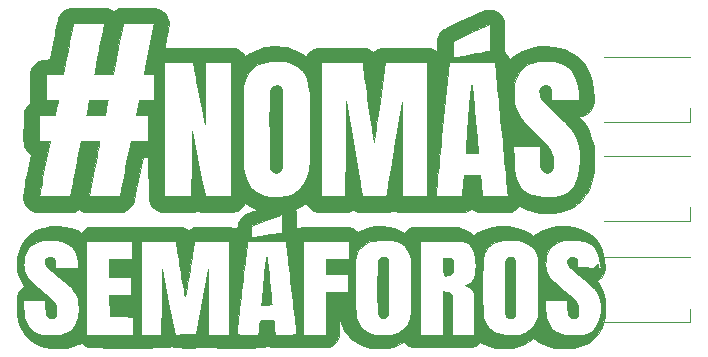
<source format=gbr>
G04 #@! TF.GenerationSoftware,KiCad,Pcbnew,5.0.2+dfsg1-1*
G04 #@! TF.CreationDate,2019-10-14T23:09:41+02:00*
G04 #@! TF.ProjectId,NOMAS_semaforos,4e4f4d41-535f-4736-956d-61666f726f73,rev?*
G04 #@! TF.SameCoordinates,Original*
G04 #@! TF.FileFunction,Legend,Top*
G04 #@! TF.FilePolarity,Positive*
%FSLAX46Y46*%
G04 Gerber Fmt 4.6, Leading zero omitted, Abs format (unit mm)*
G04 Created by KiCad (PCBNEW 5.0.2+dfsg1-1) date lun 14 oct 2019 23:09:41 CEST*
%MOMM*%
%LPD*%
G01*
G04 APERTURE LIST*
%ADD10C,0.010000*%
%ADD11C,0.120000*%
%ADD12C,0.150000*%
G04 APERTURE END LIST*
D10*
G04 #@! TO.C,Ref\002A\002A*
G36*
X157328927Y-93869300D02*
X157358458Y-93967638D01*
X157364807Y-94008380D01*
X157372143Y-94077788D01*
X157385861Y-94221290D01*
X157405197Y-94430192D01*
X157429386Y-94695799D01*
X157457663Y-95009418D01*
X157489263Y-95362354D01*
X157523422Y-95745912D01*
X157559374Y-96151399D01*
X157596356Y-96570119D01*
X157633602Y-96993380D01*
X157670347Y-97412486D01*
X157705827Y-97818743D01*
X157739277Y-98203457D01*
X157769932Y-98557933D01*
X157797027Y-98873477D01*
X157819798Y-99141396D01*
X157837480Y-99352994D01*
X157849308Y-99499577D01*
X157854517Y-99572451D01*
X157854699Y-99577750D01*
X157830980Y-99601664D01*
X157753451Y-99617772D01*
X157612502Y-99627076D01*
X157398523Y-99630575D01*
X157346666Y-99630667D01*
X156838666Y-99630667D01*
X156840801Y-99408417D01*
X156844310Y-99327423D01*
X156853696Y-99169933D01*
X156868406Y-98943876D01*
X156887886Y-98657178D01*
X156911580Y-98317766D01*
X156938935Y-97933567D01*
X156969396Y-97512507D01*
X157002410Y-97062515D01*
X157037421Y-96591517D01*
X157042593Y-96522458D01*
X157089158Y-95909841D01*
X157130824Y-95380086D01*
X157167745Y-94931543D01*
X157200074Y-94562557D01*
X157227966Y-94271477D01*
X157251573Y-94056649D01*
X157271048Y-93916422D01*
X157286546Y-93849143D01*
X157291484Y-93842339D01*
X157328927Y-93869300D01*
X157328927Y-93869300D01*
G37*
X157328927Y-93869300D02*
X157358458Y-93967638D01*
X157364807Y-94008380D01*
X157372143Y-94077788D01*
X157385861Y-94221290D01*
X157405197Y-94430192D01*
X157429386Y-94695799D01*
X157457663Y-95009418D01*
X157489263Y-95362354D01*
X157523422Y-95745912D01*
X157559374Y-96151399D01*
X157596356Y-96570119D01*
X157633602Y-96993380D01*
X157670347Y-97412486D01*
X157705827Y-97818743D01*
X157739277Y-98203457D01*
X157769932Y-98557933D01*
X157797027Y-98873477D01*
X157819798Y-99141396D01*
X157837480Y-99352994D01*
X157849308Y-99499577D01*
X157854517Y-99572451D01*
X157854699Y-99577750D01*
X157830980Y-99601664D01*
X157753451Y-99617772D01*
X157612502Y-99627076D01*
X157398523Y-99630575D01*
X157346666Y-99630667D01*
X156838666Y-99630667D01*
X156840801Y-99408417D01*
X156844310Y-99327423D01*
X156853696Y-99169933D01*
X156868406Y-98943876D01*
X156887886Y-98657178D01*
X156911580Y-98317766D01*
X156938935Y-97933567D01*
X156969396Y-97512507D01*
X157002410Y-97062515D01*
X157037421Y-96591517D01*
X157042593Y-96522458D01*
X157089158Y-95909841D01*
X157130824Y-95380086D01*
X157167745Y-94931543D01*
X157200074Y-94562557D01*
X157227966Y-94271477D01*
X157251573Y-94056649D01*
X157271048Y-93916422D01*
X157286546Y-93849143D01*
X157291484Y-93842339D01*
X157328927Y-93869300D01*
G36*
X126474110Y-95217417D02*
X126458267Y-95302773D01*
X126431108Y-95451174D01*
X126396332Y-95642340D01*
X126357635Y-95855994D01*
X126354457Y-95873584D01*
X126256943Y-96413334D01*
X124697796Y-96413334D01*
X124721283Y-96296917D01*
X124737601Y-96211544D01*
X124765079Y-96063111D01*
X124799990Y-95871906D01*
X124838609Y-95658217D01*
X124841749Y-95640750D01*
X124938729Y-95101000D01*
X126496250Y-95101000D01*
X126474110Y-95217417D01*
X126474110Y-95217417D01*
G37*
X126474110Y-95217417D02*
X126458267Y-95302773D01*
X126431108Y-95451174D01*
X126396332Y-95642340D01*
X126357635Y-95855994D01*
X126354457Y-95873584D01*
X126256943Y-96413334D01*
X124697796Y-96413334D01*
X124721283Y-96296917D01*
X124737601Y-96211544D01*
X124765079Y-96063111D01*
X124799990Y-95871906D01*
X124838609Y-95658217D01*
X124841749Y-95640750D01*
X124938729Y-95101000D01*
X126496250Y-95101000D01*
X126474110Y-95217417D01*
G36*
X141009810Y-93944276D02*
X141145507Y-94073896D01*
X141186896Y-94141523D01*
X141281166Y-94317834D01*
X141281166Y-100794834D01*
X141188221Y-100996088D01*
X141087537Y-101157979D01*
X140958603Y-101248274D01*
X140781346Y-101279648D01*
X140738660Y-101279972D01*
X140602159Y-101258787D01*
X140492547Y-101217808D01*
X140407060Y-101141821D01*
X140325402Y-101023338D01*
X140302047Y-100976087D01*
X140286974Y-100937894D01*
X140273889Y-100893065D01*
X140262624Y-100835544D01*
X140253009Y-100759276D01*
X140244874Y-100658204D01*
X140238051Y-100526272D01*
X140232371Y-100357424D01*
X140227664Y-100145605D01*
X140223761Y-99884758D01*
X140220492Y-99568827D01*
X140217689Y-99191757D01*
X140215182Y-98747490D01*
X140212803Y-98229972D01*
X140210667Y-97706105D01*
X140208582Y-97008314D01*
X140208140Y-96392002D01*
X140209337Y-95857605D01*
X140212170Y-95405556D01*
X140216633Y-95036288D01*
X140222722Y-94750234D01*
X140230434Y-94547829D01*
X140239763Y-94429505D01*
X140243020Y-94409794D01*
X140318235Y-94179685D01*
X140432340Y-94020754D01*
X140590343Y-93926584D01*
X140629884Y-93914352D01*
X140838223Y-93891211D01*
X141009810Y-93944276D01*
X141009810Y-93944276D01*
G37*
X141009810Y-93944276D02*
X141145507Y-94073896D01*
X141186896Y-94141523D01*
X141281166Y-94317834D01*
X141281166Y-100794834D01*
X141188221Y-100996088D01*
X141087537Y-101157979D01*
X140958603Y-101248274D01*
X140781346Y-101279648D01*
X140738660Y-101279972D01*
X140602159Y-101258787D01*
X140492547Y-101217808D01*
X140407060Y-101141821D01*
X140325402Y-101023338D01*
X140302047Y-100976087D01*
X140286974Y-100937894D01*
X140273889Y-100893065D01*
X140262624Y-100835544D01*
X140253009Y-100759276D01*
X140244874Y-100658204D01*
X140238051Y-100526272D01*
X140232371Y-100357424D01*
X140227664Y-100145605D01*
X140223761Y-99884758D01*
X140220492Y-99568827D01*
X140217689Y-99191757D01*
X140215182Y-98747490D01*
X140212803Y-98229972D01*
X140210667Y-97706105D01*
X140208582Y-97008314D01*
X140208140Y-96392002D01*
X140209337Y-95857605D01*
X140212170Y-95405556D01*
X140216633Y-95036288D01*
X140222722Y-94750234D01*
X140230434Y-94547829D01*
X140239763Y-94429505D01*
X140243020Y-94409794D01*
X140318235Y-94179685D01*
X140432340Y-94020754D01*
X140590343Y-93926584D01*
X140629884Y-93914352D01*
X140838223Y-93891211D01*
X141009810Y-93944276D01*
G36*
X155450268Y-108526951D02*
X155591856Y-108554509D01*
X155683209Y-108616397D01*
X155736297Y-108725672D01*
X155763090Y-108895389D01*
X155774103Y-109096214D01*
X155775849Y-109392733D01*
X155753020Y-109616705D01*
X155699915Y-109778120D01*
X155610831Y-109886970D01*
X155480068Y-109953242D01*
X155301923Y-109986929D01*
X155263794Y-109990349D01*
X155120138Y-109996432D01*
X155011478Y-109991434D01*
X154965416Y-109978583D01*
X154954898Y-109927323D01*
X154945852Y-109806071D01*
X154938903Y-109629497D01*
X154934675Y-109412271D01*
X154933666Y-109233278D01*
X154933666Y-108520667D01*
X155246476Y-108520667D01*
X155450268Y-108526951D01*
X155450268Y-108526951D01*
G37*
X155450268Y-108526951D02*
X155591856Y-108554509D01*
X155683209Y-108616397D01*
X155736297Y-108725672D01*
X155763090Y-108895389D01*
X155774103Y-109096214D01*
X155775849Y-109392733D01*
X155753020Y-109616705D01*
X155699915Y-109778120D01*
X155610831Y-109886970D01*
X155480068Y-109953242D01*
X155301923Y-109986929D01*
X155263794Y-109990349D01*
X155120138Y-109996432D01*
X155011478Y-109991434D01*
X154965416Y-109978583D01*
X154954898Y-109927323D01*
X154945852Y-109806071D01*
X154938903Y-109629497D01*
X154934675Y-109412271D01*
X154933666Y-109233278D01*
X154933666Y-108520667D01*
X155246476Y-108520667D01*
X155450268Y-108526951D01*
G36*
X139979522Y-108424498D02*
X139991495Y-108485389D01*
X139996212Y-108546954D01*
X140009115Y-108683731D01*
X140029285Y-108886754D01*
X140055801Y-109147061D01*
X140087745Y-109455687D01*
X140124198Y-109803668D01*
X140164239Y-110182039D01*
X140197014Y-110489167D01*
X140238625Y-110881883D01*
X140276624Y-111248673D01*
X140310188Y-111580978D01*
X140338491Y-111870237D01*
X140360709Y-112107889D01*
X140376018Y-112285373D01*
X140383593Y-112394129D01*
X140383520Y-112425917D01*
X140336437Y-112439320D01*
X140223652Y-112449926D01*
X140064120Y-112456365D01*
X139943989Y-112457667D01*
X139521975Y-112457667D01*
X139548775Y-112193084D01*
X139558312Y-112093405D01*
X139574280Y-111919989D01*
X139595729Y-111683443D01*
X139621705Y-111394373D01*
X139651257Y-111063385D01*
X139683433Y-110701086D01*
X139717281Y-110318084D01*
X139729870Y-110175151D01*
X139772509Y-109700337D01*
X139809841Y-109306105D01*
X139842322Y-108988569D01*
X139870405Y-108743839D01*
X139894547Y-108568029D01*
X139915202Y-108457251D01*
X139932825Y-108407616D01*
X139937083Y-108404207D01*
X139979522Y-108424498D01*
X139979522Y-108424498D01*
G37*
X139979522Y-108424498D02*
X139991495Y-108485389D01*
X139996212Y-108546954D01*
X140009115Y-108683731D01*
X140029285Y-108886754D01*
X140055801Y-109147061D01*
X140087745Y-109455687D01*
X140124198Y-109803668D01*
X140164239Y-110182039D01*
X140197014Y-110489167D01*
X140238625Y-110881883D01*
X140276624Y-111248673D01*
X140310188Y-111580978D01*
X140338491Y-111870237D01*
X140360709Y-112107889D01*
X140376018Y-112285373D01*
X140383593Y-112394129D01*
X140383520Y-112425917D01*
X140336437Y-112439320D01*
X140223652Y-112449926D01*
X140064120Y-112456365D01*
X139943989Y-112457667D01*
X139521975Y-112457667D01*
X139548775Y-112193084D01*
X139558312Y-112093405D01*
X139574280Y-111919989D01*
X139595729Y-111683443D01*
X139621705Y-111394373D01*
X139651257Y-111063385D01*
X139683433Y-110701086D01*
X139717281Y-110318084D01*
X139729870Y-110175151D01*
X139772509Y-109700337D01*
X139809841Y-109306105D01*
X139842322Y-108988569D01*
X139870405Y-108743839D01*
X139894547Y-108568029D01*
X139915202Y-108457251D01*
X139932825Y-108407616D01*
X139937083Y-108404207D01*
X139979522Y-108424498D01*
G36*
X160813828Y-108466711D02*
X160931112Y-108563664D01*
X160990878Y-108678159D01*
X160998524Y-108739874D01*
X161005632Y-108878352D01*
X161012071Y-109085687D01*
X161017709Y-109353975D01*
X161022414Y-109675313D01*
X161026054Y-110041797D01*
X161028497Y-110445521D01*
X161029610Y-110878583D01*
X161029666Y-111001282D01*
X161029456Y-111517888D01*
X161028465Y-111956554D01*
X161026151Y-112324008D01*
X161021975Y-112626976D01*
X161015396Y-112872187D01*
X161005872Y-113066366D01*
X160992863Y-113216241D01*
X160975828Y-113328538D01*
X160954226Y-113409986D01*
X160927517Y-113467311D01*
X160895159Y-113507239D01*
X160856611Y-113536499D01*
X160824366Y-113554926D01*
X160705330Y-113590183D01*
X160556950Y-113598633D01*
X160418465Y-113580860D01*
X160340637Y-113547750D01*
X160298012Y-113512842D01*
X160261911Y-113472953D01*
X160231793Y-113421177D01*
X160207117Y-113350609D01*
X160187341Y-113254344D01*
X160171927Y-113125477D01*
X160160331Y-112957103D01*
X160152015Y-112742315D01*
X160146437Y-112474209D01*
X160143055Y-112145880D01*
X160141331Y-111750422D01*
X160140722Y-111280930D01*
X160140666Y-110994341D01*
X160140943Y-110498609D01*
X160141903Y-110080532D01*
X160143747Y-109733102D01*
X160146670Y-109449309D01*
X160150870Y-109222143D01*
X160156546Y-109044595D01*
X160163895Y-108909655D01*
X160173114Y-108810314D01*
X160184402Y-108739562D01*
X160197956Y-108690391D01*
X160206206Y-108670514D01*
X160309328Y-108533306D01*
X160463727Y-108456690D01*
X160647634Y-108436000D01*
X160813828Y-108466711D01*
X160813828Y-108466711D01*
G37*
X160813828Y-108466711D02*
X160931112Y-108563664D01*
X160990878Y-108678159D01*
X160998524Y-108739874D01*
X161005632Y-108878352D01*
X161012071Y-109085687D01*
X161017709Y-109353975D01*
X161022414Y-109675313D01*
X161026054Y-110041797D01*
X161028497Y-110445521D01*
X161029610Y-110878583D01*
X161029666Y-111001282D01*
X161029456Y-111517888D01*
X161028465Y-111956554D01*
X161026151Y-112324008D01*
X161021975Y-112626976D01*
X161015396Y-112872187D01*
X161005872Y-113066366D01*
X160992863Y-113216241D01*
X160975828Y-113328538D01*
X160954226Y-113409986D01*
X160927517Y-113467311D01*
X160895159Y-113507239D01*
X160856611Y-113536499D01*
X160824366Y-113554926D01*
X160705330Y-113590183D01*
X160556950Y-113598633D01*
X160418465Y-113580860D01*
X160340637Y-113547750D01*
X160298012Y-113512842D01*
X160261911Y-113472953D01*
X160231793Y-113421177D01*
X160207117Y-113350609D01*
X160187341Y-113254344D01*
X160171927Y-113125477D01*
X160160331Y-112957103D01*
X160152015Y-112742315D01*
X160146437Y-112474209D01*
X160143055Y-112145880D01*
X160141331Y-111750422D01*
X160140722Y-111280930D01*
X160140666Y-110994341D01*
X160140943Y-110498609D01*
X160141903Y-110080532D01*
X160143747Y-109733102D01*
X160146670Y-109449309D01*
X160150870Y-109222143D01*
X160156546Y-109044595D01*
X160163895Y-108909655D01*
X160173114Y-108810314D01*
X160184402Y-108739562D01*
X160197956Y-108690391D01*
X160206206Y-108670514D01*
X160309328Y-108533306D01*
X160463727Y-108456690D01*
X160647634Y-108436000D01*
X160813828Y-108466711D01*
G36*
X150018029Y-108463697D02*
X150143473Y-108550954D01*
X150222513Y-108704016D01*
X150254796Y-108864237D01*
X150260031Y-108951595D01*
X150264405Y-109114352D01*
X150267859Y-109343241D01*
X150270336Y-109628997D01*
X150271780Y-109962356D01*
X150272133Y-110334052D01*
X150271337Y-110734821D01*
X150269336Y-111155396D01*
X150269135Y-111187667D01*
X150265862Y-111667846D01*
X150262473Y-112070667D01*
X150258688Y-112403440D01*
X150254223Y-112673473D01*
X150248799Y-112888076D01*
X150242133Y-113054556D01*
X150233944Y-113180224D01*
X150223950Y-113272388D01*
X150211869Y-113338357D01*
X150197421Y-113385440D01*
X150183315Y-113415620D01*
X150110149Y-113521329D01*
X150019976Y-113577967D01*
X149885427Y-113599107D01*
X149810231Y-113600667D01*
X149629092Y-113564296D01*
X149538382Y-113505417D01*
X149447281Y-113380542D01*
X149389273Y-113189685D01*
X149387855Y-113182139D01*
X149377415Y-113081631D01*
X149368463Y-112908163D01*
X149360990Y-112672432D01*
X149354988Y-112385133D01*
X149350447Y-112056962D01*
X149347358Y-111698615D01*
X149345714Y-111320788D01*
X149345505Y-110934176D01*
X149346722Y-110549477D01*
X149349357Y-110177385D01*
X149353402Y-109828596D01*
X149358846Y-109513806D01*
X149365682Y-109243712D01*
X149373901Y-109029009D01*
X149383493Y-108880394D01*
X149391427Y-108819461D01*
X149459938Y-108625801D01*
X149571374Y-108502629D01*
X149733239Y-108443535D01*
X149840133Y-108436000D01*
X150018029Y-108463697D01*
X150018029Y-108463697D01*
G37*
X150018029Y-108463697D02*
X150143473Y-108550954D01*
X150222513Y-108704016D01*
X150254796Y-108864237D01*
X150260031Y-108951595D01*
X150264405Y-109114352D01*
X150267859Y-109343241D01*
X150270336Y-109628997D01*
X150271780Y-109962356D01*
X150272133Y-110334052D01*
X150271337Y-110734821D01*
X150269336Y-111155396D01*
X150269135Y-111187667D01*
X150265862Y-111667846D01*
X150262473Y-112070667D01*
X150258688Y-112403440D01*
X150254223Y-112673473D01*
X150248799Y-112888076D01*
X150242133Y-113054556D01*
X150233944Y-113180224D01*
X150223950Y-113272388D01*
X150211869Y-113338357D01*
X150197421Y-113385440D01*
X150183315Y-113415620D01*
X150110149Y-113521329D01*
X150019976Y-113577967D01*
X149885427Y-113599107D01*
X149810231Y-113600667D01*
X149629092Y-113564296D01*
X149538382Y-113505417D01*
X149447281Y-113380542D01*
X149389273Y-113189685D01*
X149387855Y-113182139D01*
X149377415Y-113081631D01*
X149368463Y-112908163D01*
X149360990Y-112672432D01*
X149354988Y-112385133D01*
X149350447Y-112056962D01*
X149347358Y-111698615D01*
X149345714Y-111320788D01*
X149345505Y-110934176D01*
X149346722Y-110549477D01*
X149349357Y-110177385D01*
X149353402Y-109828596D01*
X149358846Y-109513806D01*
X149365682Y-109243712D01*
X149373901Y-109029009D01*
X149383493Y-108880394D01*
X149391427Y-108819461D01*
X149459938Y-108625801D01*
X149571374Y-108502629D01*
X149733239Y-108443535D01*
X149840133Y-108436000D01*
X150018029Y-108463697D01*
G36*
X130247885Y-87360341D02*
X130414378Y-87364561D01*
X130541908Y-87371507D01*
X130639616Y-87381558D01*
X130716641Y-87395094D01*
X130782123Y-87412491D01*
X130845203Y-87434129D01*
X130860542Y-87439824D01*
X131142118Y-87588337D01*
X131370920Y-87800944D01*
X131542607Y-88072291D01*
X131652840Y-88397027D01*
X131658606Y-88423857D01*
X131672244Y-88504636D01*
X131677916Y-88589755D01*
X131674153Y-88692015D01*
X131659481Y-88824218D01*
X131632430Y-88999168D01*
X131591530Y-89229665D01*
X131535307Y-89528511D01*
X131526136Y-89576500D01*
X131473277Y-89851739D01*
X131424620Y-90103225D01*
X131382785Y-90317565D01*
X131350391Y-90481366D01*
X131330060Y-90581235D01*
X131325633Y-90601381D01*
X131303342Y-90694928D01*
X132672754Y-90715353D01*
X133043179Y-90720943D01*
X133346346Y-90725525D01*
X133595958Y-90729098D01*
X133805721Y-90731663D01*
X133989340Y-90733218D01*
X134160518Y-90733765D01*
X134332962Y-90733303D01*
X134520376Y-90731832D01*
X134736464Y-90729352D01*
X134994931Y-90725863D01*
X135309482Y-90721365D01*
X135693822Y-90715857D01*
X135730218Y-90715342D01*
X136156776Y-90709755D01*
X136508070Y-90707236D01*
X136793490Y-90709309D01*
X137022422Y-90717499D01*
X137204257Y-90733331D01*
X137348383Y-90758330D01*
X137464188Y-90794020D01*
X137561061Y-90841926D01*
X137648392Y-90903572D01*
X137735568Y-90980485D01*
X137810679Y-91053216D01*
X137925588Y-91171085D01*
X138018646Y-91275366D01*
X138070445Y-91344259D01*
X138071485Y-91346158D01*
X138097089Y-91379362D01*
X138136397Y-91385206D01*
X138205144Y-91358524D01*
X138319069Y-91294152D01*
X138422883Y-91230834D01*
X138960212Y-90948817D01*
X139540114Y-90739397D01*
X139723004Y-90690517D01*
X140053914Y-90631093D01*
X140435135Y-90598872D01*
X140836799Y-90593854D01*
X141229039Y-90616039D01*
X141581988Y-90665426D01*
X141696328Y-90690517D01*
X142287813Y-90877665D01*
X142836884Y-91137122D01*
X142999030Y-91232426D01*
X143150998Y-91324136D01*
X143247772Y-91374857D01*
X143305099Y-91389812D01*
X143338728Y-91374223D01*
X143355144Y-91350528D01*
X143496323Y-91161573D01*
X143689466Y-90982240D01*
X143903739Y-90839826D01*
X143967535Y-90808381D01*
X144219523Y-90695296D01*
X146306344Y-90707398D01*
X146790138Y-90710079D01*
X147197053Y-90712627D01*
X147534869Y-90715927D01*
X147811368Y-90720866D01*
X148034331Y-90728329D01*
X148211539Y-90739202D01*
X148350774Y-90754372D01*
X148459815Y-90774724D01*
X148546445Y-90801145D01*
X148618445Y-90834520D01*
X148683595Y-90875736D01*
X148749676Y-90925679D01*
X148824471Y-90985233D01*
X148837666Y-90995634D01*
X148985833Y-91112001D01*
X149148626Y-90971269D01*
X149219199Y-90911500D01*
X149286196Y-90861162D01*
X149357258Y-90819447D01*
X149440023Y-90785544D01*
X149542130Y-90758643D01*
X149671217Y-90737934D01*
X149834925Y-90722608D01*
X150040891Y-90711854D01*
X150296755Y-90704863D01*
X150610155Y-90700825D01*
X150988732Y-90698930D01*
X151440122Y-90698368D01*
X151723017Y-90698334D01*
X152210103Y-90698463D01*
X152620308Y-90699341D01*
X152961418Y-90701704D01*
X153241221Y-90706285D01*
X153467501Y-90713820D01*
X153648046Y-90725044D01*
X153790641Y-90740692D01*
X153903073Y-90761498D01*
X153993128Y-90788198D01*
X154068592Y-90821526D01*
X154137250Y-90862218D01*
X154206891Y-90911009D01*
X154240891Y-90936000D01*
X154373617Y-91033898D01*
X154390047Y-90471633D01*
X154397970Y-90238901D01*
X154404998Y-90125279D01*
X155738000Y-90125279D01*
X155738000Y-90835139D01*
X155739561Y-91110580D01*
X155744690Y-91310323D01*
X155754052Y-91443286D01*
X155768310Y-91518388D01*
X155788131Y-91544547D01*
X155790916Y-91544821D01*
X155843391Y-91536865D01*
X155969221Y-91514309D01*
X156158705Y-91478996D01*
X156402142Y-91432766D01*
X156689831Y-91377461D01*
X157012074Y-91314922D01*
X157341081Y-91250545D01*
X157685393Y-91182551D01*
X158002721Y-91119185D01*
X158283656Y-91062382D01*
X158518790Y-91014073D01*
X158698714Y-90976191D01*
X158814021Y-90950668D01*
X158855213Y-90939565D01*
X158859328Y-90894419D01*
X158862228Y-90775942D01*
X158863857Y-90595459D01*
X158864158Y-90364297D01*
X158863074Y-90093784D01*
X158860798Y-89819160D01*
X158849500Y-88715640D01*
X157293750Y-89420459D01*
X155738000Y-90125279D01*
X154404998Y-90125279D01*
X154408423Y-90069922D01*
X154425237Y-89943790D01*
X154452245Y-89839604D01*
X154493279Y-89736457D01*
X154544550Y-89628904D01*
X154677561Y-89405262D01*
X154825061Y-89237010D01*
X154852953Y-89213535D01*
X154926733Y-89167909D01*
X155068961Y-89091895D01*
X155270840Y-88989774D01*
X155523574Y-88865826D01*
X155818366Y-88724330D01*
X156146421Y-88569566D01*
X156498942Y-88405815D01*
X156745892Y-88292541D01*
X158468500Y-87506451D01*
X158807166Y-87506306D01*
X158999194Y-87511231D01*
X159140500Y-87530760D01*
X159264674Y-87571731D01*
X159365434Y-87619952D01*
X159646609Y-87809949D01*
X159871221Y-88055139D01*
X159980655Y-88237612D01*
X160008081Y-88296371D01*
X160029893Y-88355755D01*
X160046852Y-88426072D01*
X160059721Y-88517632D01*
X160069264Y-88640744D01*
X160076244Y-88805717D01*
X160081423Y-89022860D01*
X160085566Y-89302483D01*
X160089434Y-89654893D01*
X160090046Y-89715482D01*
X160102925Y-90997463D01*
X160269141Y-91234744D01*
X160359623Y-91379009D01*
X160429827Y-91518563D01*
X160461584Y-91611830D01*
X160487812Y-91751637D01*
X160748156Y-91530798D01*
X161175246Y-91212054D01*
X161626974Y-90962879D01*
X162114935Y-90778520D01*
X162650723Y-90654229D01*
X163005529Y-90605927D01*
X163613762Y-90580439D01*
X164219386Y-90628901D01*
X164807424Y-90748814D01*
X165362902Y-90937678D01*
X165580500Y-91035795D01*
X166050502Y-91309155D01*
X166460541Y-91642072D01*
X166810375Y-92034085D01*
X167099759Y-92484735D01*
X167328453Y-92993563D01*
X167496212Y-93560109D01*
X167602794Y-94183913D01*
X167647957Y-94864515D01*
X167649265Y-94952834D01*
X167650667Y-95190640D01*
X167647964Y-95362628D01*
X167638600Y-95487634D01*
X167620022Y-95584492D01*
X167589673Y-95672038D01*
X167544998Y-95769106D01*
X167536039Y-95787411D01*
X167371636Y-96048115D01*
X167157843Y-96253303D01*
X166885511Y-96409742D01*
X166545485Y-96524196D01*
X166536170Y-96526545D01*
X166391173Y-96562851D01*
X166636374Y-96837342D01*
X166964675Y-97266710D01*
X167242846Y-97763103D01*
X167469945Y-98324633D01*
X167603096Y-98775220D01*
X167633704Y-98902886D01*
X167656875Y-99023742D01*
X167673596Y-99152321D01*
X167684853Y-99303158D01*
X167691631Y-99490786D01*
X167694917Y-99729737D01*
X167695697Y-100034545D01*
X167695593Y-100138667D01*
X167694184Y-100472426D01*
X167690376Y-100737150D01*
X167683118Y-100948457D01*
X167671361Y-101121967D01*
X167654056Y-101273302D01*
X167630153Y-101418079D01*
X167599583Y-101567423D01*
X167433991Y-102179575D01*
X167218109Y-102723839D01*
X166950828Y-103201239D01*
X166631040Y-103612802D01*
X166257639Y-103959554D01*
X165829518Y-104242522D01*
X165345567Y-104462733D01*
X164804681Y-104621211D01*
X164205752Y-104718984D01*
X164198014Y-104719814D01*
X163614296Y-104740422D01*
X163021133Y-104681042D01*
X162429996Y-104543729D01*
X161852354Y-104330536D01*
X161741017Y-104279710D01*
X161372868Y-104106115D01*
X161268269Y-104230424D01*
X161171677Y-104320846D01*
X161034950Y-104420679D01*
X160937918Y-104479783D01*
X160712166Y-104604834D01*
X159327622Y-104617553D01*
X158915018Y-104620698D01*
X158577517Y-104621199D01*
X158305569Y-104618148D01*
X158089628Y-104610634D01*
X157920147Y-104597749D01*
X157787578Y-104578584D01*
X157682374Y-104552231D01*
X157594987Y-104517780D01*
X157515871Y-104474322D01*
X157463244Y-104440058D01*
X157314207Y-104338919D01*
X156746061Y-104624865D01*
X153933533Y-104624755D01*
X153375216Y-104624640D01*
X152895094Y-104624223D01*
X152486695Y-104623331D01*
X152143550Y-104621786D01*
X151859185Y-104619414D01*
X151627130Y-104616038D01*
X151440914Y-104611483D01*
X151294065Y-104605573D01*
X151180112Y-104598133D01*
X151092583Y-104588987D01*
X151025007Y-104577958D01*
X150970913Y-104564873D01*
X150923829Y-104549554D01*
X150904924Y-104542540D01*
X150776453Y-104496865D01*
X150693836Y-104482494D01*
X150624631Y-104498505D01*
X150557004Y-104532634D01*
X150512780Y-104552588D01*
X150454669Y-104568544D01*
X150373452Y-104580935D01*
X150259911Y-104590198D01*
X150104830Y-104596767D01*
X149898989Y-104601077D01*
X149633173Y-104603562D01*
X149298162Y-104604659D01*
X149026854Y-104604834D01*
X148642018Y-104604517D01*
X148332191Y-104603235D01*
X148087718Y-104600491D01*
X147898945Y-104595789D01*
X147756215Y-104588632D01*
X147649873Y-104578523D01*
X147570263Y-104564966D01*
X147507730Y-104547463D01*
X147452619Y-104525518D01*
X147448416Y-104523635D01*
X147335295Y-104476060D01*
X147259901Y-104464078D01*
X147183138Y-104487689D01*
X147111062Y-104523635D01*
X147061161Y-104546391D01*
X147002560Y-104564674D01*
X146925557Y-104579090D01*
X146820450Y-104590244D01*
X146677537Y-104598744D01*
X146487115Y-104605195D01*
X146239482Y-104610204D01*
X145924936Y-104614375D01*
X145606185Y-104617635D01*
X145190102Y-104621009D01*
X144848959Y-104621327D01*
X144573041Y-104616902D01*
X144352632Y-104606048D01*
X144178018Y-104587075D01*
X144039482Y-104558298D01*
X143927308Y-104518029D01*
X143831783Y-104464580D01*
X143743190Y-104396265D01*
X143651813Y-104311395D01*
X143610983Y-104271118D01*
X143492274Y-104147798D01*
X143390952Y-104033136D01*
X143329221Y-103952337D01*
X143265380Y-103850174D01*
X143014106Y-104020462D01*
X142853567Y-104124268D01*
X142688227Y-104223335D01*
X142572333Y-104286579D01*
X142461865Y-104342625D01*
X142388907Y-104380542D01*
X142373157Y-104389408D01*
X142380534Y-104429404D01*
X142409389Y-104521470D01*
X142424215Y-104564121D01*
X142453652Y-104694307D01*
X142473395Y-104895127D01*
X142483855Y-105171894D01*
X142485808Y-105361188D01*
X142487666Y-105990542D01*
X142582916Y-105955278D01*
X142649504Y-105946088D01*
X142790797Y-105937732D01*
X142996836Y-105930248D01*
X143257663Y-105923677D01*
X143563319Y-105918055D01*
X143903847Y-105913421D01*
X144269287Y-105909815D01*
X144649681Y-105907275D01*
X145035071Y-105905839D01*
X145415498Y-105905546D01*
X145781005Y-105906434D01*
X146121632Y-105908543D01*
X146427422Y-105911910D01*
X146688416Y-105916575D01*
X146894655Y-105922575D01*
X147036182Y-105929950D01*
X147099936Y-105937778D01*
X147226995Y-105987229D01*
X147380063Y-106067656D01*
X147479224Y-106130206D01*
X147694931Y-106278586D01*
X147853548Y-106198945D01*
X148262194Y-106031411D01*
X148719152Y-105909576D01*
X149198473Y-105838475D01*
X149674206Y-105823142D01*
X149769000Y-105827347D01*
X150284993Y-105886175D01*
X150761748Y-106003574D01*
X151227108Y-106186456D01*
X151240370Y-106192645D01*
X151604704Y-106363378D01*
X151734602Y-106239217D01*
X151855239Y-106141653D01*
X152003024Y-106044927D01*
X152055000Y-106016112D01*
X152245500Y-105917167D01*
X154214000Y-105917316D01*
X156182500Y-105917464D01*
X156521166Y-106032251D01*
X156822582Y-106151134D01*
X157067085Y-106282364D01*
X157244586Y-106419811D01*
X157326832Y-106521856D01*
X157401080Y-106647547D01*
X157724649Y-106427221D01*
X158115605Y-106204603D01*
X158563736Y-106026365D01*
X159050257Y-105899491D01*
X159228938Y-105868079D01*
X159589395Y-105831308D01*
X159990774Y-105821578D01*
X160401943Y-105837726D01*
X160791767Y-105878592D01*
X161109824Y-105938239D01*
X161405611Y-106026706D01*
X161713248Y-106147253D01*
X162004947Y-106287251D01*
X162252921Y-106434067D01*
X162342000Y-106498337D01*
X162532500Y-106646954D01*
X162791010Y-106462595D01*
X163199606Y-106211899D01*
X163635903Y-106025981D01*
X164111901Y-105900985D01*
X164639598Y-105833055D01*
X164776166Y-105824771D01*
X165385250Y-105826827D01*
X165950049Y-105893279D01*
X166467557Y-106022409D01*
X166934770Y-106212498D01*
X167348680Y-106461825D01*
X167706282Y-106768673D01*
X168004570Y-107131321D01*
X168240538Y-107548051D01*
X168370047Y-107880273D01*
X168469933Y-108218302D01*
X168534418Y-108521038D01*
X168569790Y-108826881D01*
X168582338Y-109174229D01*
X168582360Y-109176834D01*
X168582312Y-109388859D01*
X168575510Y-109540060D01*
X168558101Y-109654229D01*
X168526234Y-109755158D01*
X168476059Y-109866639D01*
X168468053Y-109883021D01*
X168326507Y-110109448D01*
X168148293Y-110302064D01*
X167990521Y-110416329D01*
X167958093Y-110444653D01*
X167958125Y-110488648D01*
X167996344Y-110565341D01*
X168078480Y-110691756D01*
X168087851Y-110705607D01*
X168248823Y-110957370D01*
X168368142Y-111183135D01*
X168462597Y-111418172D01*
X168532431Y-111639651D01*
X168569607Y-111778843D01*
X168595757Y-111910376D01*
X168612635Y-112053640D01*
X168621994Y-112228025D01*
X168625588Y-112452922D01*
X168625542Y-112669334D01*
X168615321Y-113081842D01*
X168585193Y-113433053D01*
X168530615Y-113744928D01*
X168447047Y-114039431D01*
X168329948Y-114338524D01*
X168240406Y-114532000D01*
X168001508Y-114934284D01*
X167701200Y-115289329D01*
X167350289Y-115586140D01*
X166998666Y-115795111D01*
X166527471Y-115985870D01*
X166028427Y-116110263D01*
X165491134Y-116170151D01*
X164913703Y-116167850D01*
X164334787Y-116108029D01*
X163807608Y-115993814D01*
X163337086Y-115826784D01*
X162928143Y-115608518D01*
X162732177Y-115467938D01*
X162508521Y-115289809D01*
X162330010Y-115443581D01*
X162146034Y-115576180D01*
X161902648Y-115714371D01*
X161623457Y-115847089D01*
X161332064Y-115963269D01*
X161052072Y-116051847D01*
X161008500Y-116063069D01*
X160823913Y-116104281D01*
X160647718Y-116131713D01*
X160454901Y-116147676D01*
X160220452Y-116154481D01*
X160013666Y-116155015D01*
X159641710Y-116144821D01*
X159326273Y-116113762D01*
X159040567Y-116056087D01*
X158757807Y-115966044D01*
X158451204Y-115837881D01*
X158377107Y-115803631D01*
X158013408Y-115633196D01*
X157869360Y-115759671D01*
X157735819Y-115862658D01*
X157583353Y-115961092D01*
X157546572Y-115981657D01*
X157367833Y-116077167D01*
X152245500Y-116077167D01*
X152026330Y-115955699D01*
X151882394Y-115866150D01*
X151751784Y-115768718D01*
X151694028Y-115716146D01*
X151580896Y-115598061D01*
X151193531Y-115784470D01*
X150878140Y-115926336D01*
X150594720Y-116028464D01*
X150317471Y-116096462D01*
X150020594Y-116135940D01*
X149678288Y-116152505D01*
X149493833Y-116153971D01*
X149223798Y-116151552D01*
X149014372Y-116143459D01*
X148841554Y-116127186D01*
X148681348Y-116100231D01*
X148509752Y-116060088D01*
X148453710Y-116045430D01*
X147947185Y-115878146D01*
X147507852Y-115661493D01*
X147131387Y-115391417D01*
X146813464Y-115063866D01*
X146549757Y-114674787D01*
X146335941Y-114220127D01*
X146251141Y-113981667D01*
X146134465Y-113621834D01*
X146131399Y-114387655D01*
X146128333Y-115153477D01*
X145998876Y-115412542D01*
X145862400Y-115638816D01*
X145696649Y-115813103D01*
X145475984Y-115961374D01*
X145434763Y-115983940D01*
X145396732Y-116003651D01*
X145357627Y-116020368D01*
X145310540Y-116034336D01*
X145248565Y-116045803D01*
X145164794Y-116055016D01*
X145052319Y-116062221D01*
X144904232Y-116067665D01*
X144713626Y-116071594D01*
X144473593Y-116074257D01*
X144177225Y-116075898D01*
X143817616Y-116076766D01*
X143387856Y-116077107D01*
X142881039Y-116077167D01*
X142824981Y-116077167D01*
X142307318Y-116077034D01*
X141867414Y-116076495D01*
X141498359Y-116075343D01*
X141193245Y-116073368D01*
X140945164Y-116070364D01*
X140747206Y-116066122D01*
X140592465Y-116060433D01*
X140474031Y-116053090D01*
X140384995Y-116043883D01*
X140318450Y-116032606D01*
X140267487Y-116019049D01*
X140225197Y-116003005D01*
X140215003Y-115998506D01*
X140114204Y-115956185D01*
X140038083Y-115941671D01*
X139953738Y-115955769D01*
X139828271Y-115999282D01*
X139803433Y-116008559D01*
X139749006Y-116027989D01*
X139693304Y-116044355D01*
X139628921Y-116057918D01*
X139548450Y-116068943D01*
X139444483Y-116077689D01*
X139309614Y-116084421D01*
X139136436Y-116089400D01*
X138917541Y-116092888D01*
X138645523Y-116095148D01*
X138312974Y-116096442D01*
X137912489Y-116097032D01*
X137436658Y-116097180D01*
X137300451Y-116097179D01*
X136772276Y-116096694D01*
X136322845Y-116095195D01*
X135946237Y-116092549D01*
X135636533Y-116088621D01*
X135387816Y-116083275D01*
X135194165Y-116076376D01*
X135049661Y-116067791D01*
X134948385Y-116057383D01*
X134884419Y-116045018D01*
X134874411Y-116041900D01*
X134740597Y-116009222D01*
X134623963Y-116021474D01*
X134568703Y-116039305D01*
X134468879Y-116059017D01*
X134299556Y-116074771D01*
X134075807Y-116086580D01*
X133812706Y-116094461D01*
X133525326Y-116098431D01*
X133228743Y-116098505D01*
X132938028Y-116094699D01*
X132668257Y-116087029D01*
X132434503Y-116075511D01*
X132251839Y-116060161D01*
X132135340Y-116040995D01*
X132121322Y-116036711D01*
X131994006Y-116000365D01*
X131891009Y-116001735D01*
X131774967Y-116035668D01*
X131730978Y-116047125D01*
X131664674Y-116057106D01*
X131570583Y-116065708D01*
X131443235Y-116073028D01*
X131277157Y-116079165D01*
X131066879Y-116084216D01*
X130806928Y-116088277D01*
X130491834Y-116091447D01*
X130116124Y-116093823D01*
X129674329Y-116095502D01*
X129160975Y-116096581D01*
X128570592Y-116097159D01*
X128314495Y-116097270D01*
X127687111Y-116097498D01*
X127138582Y-116097490D01*
X126663097Y-116096830D01*
X126254843Y-116095103D01*
X125908010Y-116091892D01*
X125616786Y-116086783D01*
X125375359Y-116079360D01*
X125177918Y-116069207D01*
X125018652Y-116055909D01*
X124891748Y-116039050D01*
X124791396Y-116018214D01*
X124711784Y-115992987D01*
X124647100Y-115962951D01*
X124591532Y-115927693D01*
X124539271Y-115886796D01*
X124484502Y-115839845D01*
X124463669Y-115821908D01*
X124292426Y-115675330D01*
X123981463Y-115822659D01*
X123775541Y-115910067D01*
X123539160Y-115995495D01*
X123331833Y-116058107D01*
X123063376Y-116110625D01*
X122740509Y-116146698D01*
X122392142Y-116164899D01*
X122047189Y-116163803D01*
X121734563Y-116141982D01*
X121704461Y-116138390D01*
X121148593Y-116033916D01*
X120648496Y-115866944D01*
X120205287Y-115638389D01*
X119820081Y-115349171D01*
X119493993Y-115000205D01*
X119228139Y-114592411D01*
X119023634Y-114126705D01*
X118943319Y-113867194D01*
X118911006Y-113733637D01*
X118886221Y-113592961D01*
X118867584Y-113429667D01*
X118853713Y-113228251D01*
X118843227Y-112973212D01*
X118834746Y-112649048D01*
X118834727Y-112648167D01*
X118828721Y-112348086D01*
X118826116Y-112118778D01*
X118826934Y-112034334D01*
X119373666Y-112034334D01*
X119374292Y-112679917D01*
X119381041Y-113045992D01*
X119400211Y-113342474D01*
X119431343Y-113562794D01*
X119438041Y-113593257D01*
X119561363Y-113971916D01*
X119740130Y-114292460D01*
X119976143Y-114555950D01*
X120271204Y-114763445D01*
X120627117Y-114916004D01*
X121045683Y-115014687D01*
X121528705Y-115060553D01*
X121934833Y-115060913D01*
X122159499Y-115048799D01*
X122376903Y-115028943D01*
X122559641Y-115004290D01*
X122664832Y-114982441D01*
X123019766Y-114853080D01*
X123315195Y-114675349D01*
X123557201Y-114442629D01*
X123751865Y-114148301D01*
X123905271Y-113785745D01*
X123973342Y-113558334D01*
X124021605Y-113301368D01*
X124047705Y-112997715D01*
X124051907Y-112674916D01*
X124034477Y-112360513D01*
X123995682Y-112082049D01*
X123957618Y-111928500D01*
X123886624Y-111727647D01*
X123801806Y-111543390D01*
X123695500Y-111366873D01*
X123560042Y-111189236D01*
X123387766Y-111001623D01*
X123171010Y-110795175D01*
X122902108Y-110561034D01*
X122573396Y-110290344D01*
X122464000Y-110202309D01*
X122134595Y-109936364D01*
X121866642Y-109714565D01*
X121653983Y-109530092D01*
X121490462Y-109376123D01*
X121369920Y-109245840D01*
X121286201Y-109132422D01*
X121233146Y-109029049D01*
X121204600Y-108928901D01*
X121194405Y-108825158D01*
X121194000Y-108795596D01*
X121228157Y-108626917D01*
X121328316Y-108509582D01*
X121491004Y-108446539D01*
X121617333Y-108436000D01*
X121766459Y-108445872D01*
X121867416Y-108483073D01*
X121936757Y-108539909D01*
X121989397Y-108601312D01*
X122020601Y-108670712D01*
X122035819Y-108771424D01*
X122040501Y-108926758D01*
X122040666Y-108984409D01*
X122040666Y-109325000D01*
X123988000Y-109325000D01*
X123988000Y-109035439D01*
X123965353Y-108740149D01*
X123903111Y-108426089D01*
X123809824Y-108126195D01*
X123694039Y-107873404D01*
X123680307Y-107849904D01*
X123487968Y-107589231D01*
X123249773Y-107378504D01*
X122954963Y-107210424D01*
X122592779Y-107077691D01*
X122506333Y-107053405D01*
X122430842Y-107039000D01*
X124707666Y-107039000D01*
X124707666Y-114997667D01*
X128687000Y-114997667D01*
X128687000Y-113475199D01*
X127681583Y-113463850D01*
X126676166Y-113452500D01*
X126653348Y-111611000D01*
X128475333Y-111611000D01*
X128475333Y-110129334D01*
X126655000Y-110129334D01*
X126655000Y-108563000D01*
X128560000Y-108563000D01*
X128560000Y-107039000D01*
X129322000Y-107039000D01*
X129322000Y-114997667D01*
X131057062Y-114997667D01*
X131067947Y-112201817D01*
X131078833Y-109405967D01*
X131649820Y-112202645D01*
X132220808Y-114999323D01*
X133086540Y-114987912D01*
X133952273Y-114976500D01*
X135015833Y-109443234D01*
X135026721Y-112220450D01*
X135037608Y-114997667D01*
X136815000Y-114997667D01*
X136815000Y-114981941D01*
X137407666Y-114981941D01*
X137447980Y-114986520D01*
X137560846Y-114990575D01*
X137734148Y-114993899D01*
X137955772Y-114996287D01*
X138213605Y-114997533D01*
X138334193Y-114997667D01*
X139260719Y-114997667D01*
X139284834Y-114817750D01*
X139298996Y-114691020D01*
X139315413Y-114512536D01*
X139331138Y-114315049D01*
X139335291Y-114256834D01*
X139348480Y-114048022D01*
X139363297Y-113902462D01*
X139393270Y-113808845D01*
X139451928Y-113755863D01*
X139552801Y-113732205D01*
X139709418Y-113726562D01*
X139935306Y-113727626D01*
X139968322Y-113727667D01*
X140533606Y-113727667D01*
X140556810Y-113844084D01*
X140569850Y-113931059D01*
X140588064Y-114081078D01*
X140609010Y-114272860D01*
X140629668Y-114479084D01*
X140679323Y-114997667D01*
X141583494Y-114997667D01*
X141882555Y-114997255D01*
X142107447Y-114995421D01*
X142268667Y-114991269D01*
X142376713Y-114983903D01*
X142442080Y-114972427D01*
X142475265Y-114955944D01*
X142486766Y-114933559D01*
X142487666Y-114920473D01*
X142482915Y-114867958D01*
X142469114Y-114737371D01*
X142446946Y-114534749D01*
X142417092Y-114266125D01*
X142380233Y-113937535D01*
X142337051Y-113555013D01*
X142288228Y-113124594D01*
X142234444Y-112652314D01*
X142176382Y-112144206D01*
X142114722Y-111606305D01*
X142050146Y-111044648D01*
X142043166Y-110984037D01*
X141978384Y-110421124D01*
X141916439Y-109881975D01*
X141858011Y-109372555D01*
X141803779Y-108898829D01*
X141754423Y-108466762D01*
X141710623Y-108082318D01*
X141673057Y-107751462D01*
X141642406Y-107480159D01*
X141619349Y-107274373D01*
X141604564Y-107140069D01*
X141598732Y-107083212D01*
X141598666Y-107081897D01*
X141556514Y-107069450D01*
X141430735Y-107059092D01*
X141222343Y-107050851D01*
X140932351Y-107044752D01*
X140561774Y-107040822D01*
X140111627Y-107039088D01*
X139970751Y-107039000D01*
X143080333Y-107039000D01*
X143080333Y-114997667D01*
X145027666Y-114997667D01*
X145027666Y-111401017D01*
X145927250Y-111389592D01*
X146826833Y-111378167D01*
X146826833Y-110520640D01*
X147447028Y-110520640D01*
X147448616Y-110920771D01*
X147451924Y-111325701D01*
X147456855Y-111725174D01*
X147463308Y-112108932D01*
X147471186Y-112466718D01*
X147480388Y-112788275D01*
X147490815Y-113063347D01*
X147502369Y-113281676D01*
X147514950Y-113433006D01*
X147524617Y-113494834D01*
X147662365Y-113896420D01*
X147864093Y-114243313D01*
X148127118Y-114533014D01*
X148448756Y-114763024D01*
X148826322Y-114930845D01*
X149159963Y-115017353D01*
X149425224Y-115051009D01*
X149734943Y-115064276D01*
X150058975Y-115057944D01*
X150367175Y-115032805D01*
X150580683Y-114997667D01*
X152986333Y-114997667D01*
X154933666Y-114997667D01*
X154933666Y-111346093D01*
X155147037Y-111374397D01*
X155357395Y-111414533D01*
X155498629Y-111473412D01*
X155585484Y-111558163D01*
X155606331Y-111596494D01*
X155620312Y-111667905D01*
X155631775Y-111816172D01*
X155640761Y-112042772D01*
X155647309Y-112349180D01*
X155651458Y-112736873D01*
X155653249Y-113207326D01*
X155653333Y-113348659D01*
X155653333Y-114997667D01*
X157507326Y-114997667D01*
X157536397Y-114436750D01*
X157543918Y-114235498D01*
X157549563Y-113968872D01*
X157553163Y-113656147D01*
X157554549Y-113316596D01*
X157553554Y-112969497D01*
X157551317Y-112729666D01*
X157537166Y-111583498D01*
X157410166Y-111332666D01*
X157327896Y-111185307D01*
X157245788Y-111087642D01*
X157134336Y-111010062D01*
X157038123Y-110959346D01*
X156986751Y-110933667D01*
X158237027Y-110933667D01*
X158237380Y-111464126D01*
X158238768Y-111917574D01*
X158241764Y-112301666D01*
X158246944Y-112624055D01*
X158254884Y-112892396D01*
X158266159Y-113114344D01*
X158281343Y-113297552D01*
X158301012Y-113449675D01*
X158325742Y-113578367D01*
X158356106Y-113691284D01*
X158392681Y-113796078D01*
X158436042Y-113900405D01*
X158464749Y-113964202D01*
X158609022Y-114205473D01*
X158810196Y-114442253D01*
X159043309Y-114648441D01*
X159242217Y-114777143D01*
X159507468Y-114893561D01*
X159819702Y-114991265D01*
X160119500Y-115054959D01*
X160266724Y-115066715D01*
X160472675Y-115067729D01*
X160712296Y-115059488D01*
X160960535Y-115043478D01*
X161192338Y-115021184D01*
X161382651Y-114994095D01*
X161471861Y-114974721D01*
X161871072Y-114826795D01*
X162212853Y-114617270D01*
X162495596Y-114347637D01*
X162717695Y-114019386D01*
X162860390Y-113687129D01*
X162880705Y-113624333D01*
X162897888Y-113561854D01*
X162912253Y-113492199D01*
X162924113Y-113407877D01*
X162933783Y-113301395D01*
X162941575Y-113165261D01*
X162947803Y-112991981D01*
X162952782Y-112774065D01*
X162956824Y-112504020D01*
X162960243Y-112174352D01*
X162961340Y-112034334D01*
X163569666Y-112034334D01*
X163570401Y-112637584D01*
X163576132Y-112934200D01*
X163591539Y-113205416D01*
X163615042Y-113428525D01*
X163632441Y-113530173D01*
X163749461Y-113927434D01*
X163919779Y-114259815D01*
X164146048Y-114530287D01*
X164430921Y-114741819D01*
X164777051Y-114897380D01*
X164883647Y-114930834D01*
X165321104Y-115024919D01*
X165795666Y-115070836D01*
X166273686Y-115066919D01*
X166677747Y-115019641D01*
X167067284Y-114918065D01*
X167398597Y-114761170D01*
X167673424Y-114546598D01*
X167893505Y-114271991D01*
X168060577Y-113934990D01*
X168176380Y-113533237D01*
X168242654Y-113064373D01*
X168254612Y-112881000D01*
X168251836Y-112437618D01*
X168194820Y-112048551D01*
X168078594Y-111699262D01*
X167898189Y-111375212D01*
X167648636Y-111061863D01*
X167623457Y-111034593D01*
X167514443Y-110926939D01*
X167351838Y-110778439D01*
X167148720Y-110600442D01*
X166918166Y-110404293D01*
X166673251Y-110201340D01*
X166521189Y-110078083D01*
X166284563Y-109885280D01*
X166063978Y-109700398D01*
X165870128Y-109532805D01*
X165713707Y-109391870D01*
X165605407Y-109286961D01*
X165562855Y-109238478D01*
X165456320Y-109047325D01*
X165408440Y-108859724D01*
X165418755Y-108691160D01*
X165486803Y-108557116D01*
X165585353Y-108483825D01*
X165756733Y-108439921D01*
X165938382Y-108446851D01*
X166093740Y-108501994D01*
X166123440Y-108522415D01*
X166178535Y-108573195D01*
X166212597Y-108633649D01*
X166231771Y-108725605D01*
X166242200Y-108870895D01*
X166245566Y-108956332D01*
X166257833Y-109303834D01*
X168237429Y-109326588D01*
X168208124Y-109018877D01*
X168139466Y-108554345D01*
X168027068Y-108159218D01*
X167868216Y-107828838D01*
X167660198Y-107558549D01*
X167400300Y-107343692D01*
X167153609Y-107208770D01*
X166922871Y-107116171D01*
X166691000Y-107050230D01*
X166437197Y-107007405D01*
X166140663Y-106984155D01*
X165792166Y-106976955D01*
X165532881Y-106978688D01*
X165336075Y-106986549D01*
X165179648Y-107002850D01*
X165041498Y-107029901D01*
X164899524Y-107070016D01*
X164898085Y-107070467D01*
X164655434Y-107165784D01*
X164413310Y-107294165D01*
X164196056Y-107440394D01*
X164028016Y-107589256D01*
X163982736Y-107642551D01*
X163793811Y-107955446D01*
X163659782Y-108315118D01*
X163584113Y-108701094D01*
X163570265Y-109092897D01*
X163621703Y-109470051D01*
X163653709Y-109588180D01*
X163717003Y-109765716D01*
X163797246Y-109933130D01*
X163901823Y-110098994D01*
X164038117Y-110271884D01*
X164213514Y-110460373D01*
X164435398Y-110673035D01*
X164711154Y-110918446D01*
X165041670Y-111199732D01*
X165281893Y-111402700D01*
X165506330Y-111595164D01*
X165705009Y-111768351D01*
X165867958Y-111913487D01*
X165985206Y-112021798D01*
X166045409Y-112082866D01*
X166218355Y-112351026D01*
X166322523Y-112665985D01*
X166354734Y-112909647D01*
X166359343Y-113173077D01*
X166330681Y-113365216D01*
X166263647Y-113494615D01*
X166153143Y-113569825D01*
X165994071Y-113599397D01*
X165942693Y-113600667D01*
X165785687Y-113585393D01*
X165662735Y-113534234D01*
X165570229Y-113439188D01*
X165504567Y-113292250D01*
X165462140Y-113085415D01*
X165439345Y-112810681D01*
X165432578Y-112468250D01*
X165432333Y-112034334D01*
X163569666Y-112034334D01*
X162961340Y-112034334D01*
X162963353Y-111777571D01*
X162966468Y-111306183D01*
X162967592Y-111126194D01*
X162970429Y-110527280D01*
X162970968Y-110010809D01*
X162969179Y-109574587D01*
X162965035Y-109216420D01*
X162958507Y-108934115D01*
X162949565Y-108725477D01*
X162938181Y-108588314D01*
X162933918Y-108558567D01*
X162830715Y-108169516D01*
X162661140Y-107832921D01*
X162425092Y-107548676D01*
X162122468Y-107316676D01*
X161753166Y-107136811D01*
X161486429Y-107050275D01*
X161282423Y-107011739D01*
X161019414Y-106986688D01*
X160721984Y-106975099D01*
X160414712Y-106976953D01*
X160122179Y-106992227D01*
X159868965Y-107020900D01*
X159717333Y-107051804D01*
X159343187Y-107184347D01*
X159014023Y-107365265D01*
X158740376Y-107586795D01*
X158532781Y-107841170D01*
X158455255Y-107982076D01*
X158409261Y-108083976D01*
X158370215Y-108181372D01*
X158337548Y-108281932D01*
X158310694Y-108393321D01*
X158289086Y-108523208D01*
X158272157Y-108679260D01*
X158259341Y-108869143D01*
X158250070Y-109100524D01*
X158243778Y-109381071D01*
X158239897Y-109718451D01*
X158237861Y-110120331D01*
X158237103Y-110594377D01*
X158237027Y-110933667D01*
X156986751Y-110933667D01*
X156793080Y-110836858D01*
X157015348Y-110725797D01*
X157226425Y-110593535D01*
X157391219Y-110426179D01*
X157513387Y-110214950D01*
X157596588Y-109951068D01*
X157644480Y-109625754D01*
X157660719Y-109230229D01*
X157660712Y-109176834D01*
X157649271Y-108751804D01*
X157616454Y-108398293D01*
X157559014Y-108105113D01*
X157473708Y-107861081D01*
X157357290Y-107655010D01*
X157206515Y-107475717D01*
X157152090Y-107423640D01*
X157060464Y-107340714D01*
X156977489Y-107271601D01*
X156894689Y-107214977D01*
X156803588Y-107169518D01*
X156695712Y-107133898D01*
X156562587Y-107106793D01*
X156395736Y-107086877D01*
X156186685Y-107072827D01*
X155926959Y-107063316D01*
X155608082Y-107057022D01*
X155221581Y-107052618D01*
X154758979Y-107048780D01*
X154753750Y-107048738D01*
X152986333Y-107034704D01*
X152986333Y-114997667D01*
X150580683Y-114997667D01*
X150629397Y-114989650D01*
X150679166Y-114977489D01*
X151076449Y-114835350D01*
X151417179Y-114635066D01*
X151697268Y-114379819D01*
X151912626Y-114072790D01*
X151959030Y-113981667D01*
X152009665Y-113872452D01*
X152052768Y-113770826D01*
X152088946Y-113669172D01*
X152118806Y-113559872D01*
X152142952Y-113435309D01*
X152161991Y-113287864D01*
X152176529Y-113109920D01*
X152187172Y-112893859D01*
X152194525Y-112632063D01*
X152199195Y-112316915D01*
X152201788Y-111940797D01*
X152202909Y-111496092D01*
X152203165Y-110975181D01*
X152203166Y-110912500D01*
X152202986Y-110409702D01*
X152202294Y-109984165D01*
X152200864Y-109628482D01*
X152198468Y-109335249D01*
X152194880Y-109097058D01*
X152189871Y-108906505D01*
X152183216Y-108756184D01*
X152174687Y-108638689D01*
X152164057Y-108546614D01*
X152151099Y-108472553D01*
X152135586Y-108409101D01*
X152125349Y-108374308D01*
X152011614Y-108063706D01*
X151877095Y-107814907D01*
X151708753Y-107605403D01*
X151641513Y-107539140D01*
X151406902Y-107346551D01*
X151157324Y-107199422D01*
X150879036Y-107093505D01*
X150558295Y-107024554D01*
X150181359Y-106988321D01*
X149832500Y-106980037D01*
X149402334Y-106993127D01*
X149039236Y-107035307D01*
X148729297Y-107110944D01*
X148458609Y-107224401D01*
X148213264Y-107380044D01*
X148011175Y-107551682D01*
X147808902Y-107780666D01*
X147658343Y-108041864D01*
X147553292Y-108349779D01*
X147487544Y-108718916D01*
X147479198Y-108795024D01*
X147468377Y-108950965D01*
X147459872Y-109173246D01*
X147453584Y-109451611D01*
X147449413Y-109775803D01*
X147447261Y-110135565D01*
X147447028Y-110520640D01*
X146826833Y-110520640D01*
X146826833Y-109854167D01*
X145927250Y-109842742D01*
X145027666Y-109831316D01*
X145027666Y-108563000D01*
X146932666Y-108563000D01*
X146932666Y-107039000D01*
X143080333Y-107039000D01*
X139970751Y-107039000D01*
X138342836Y-107039000D01*
X138319060Y-107176584D01*
X138311877Y-107231491D01*
X138295861Y-107362642D01*
X138271852Y-107562837D01*
X138240692Y-107824874D01*
X138203220Y-108141554D01*
X138160278Y-108505676D01*
X138112707Y-108910039D01*
X138061347Y-109347444D01*
X138007039Y-109810689D01*
X137950624Y-110292575D01*
X137892942Y-110785900D01*
X137834834Y-111283464D01*
X137777142Y-111778067D01*
X137720706Y-112262508D01*
X137666366Y-112729587D01*
X137614963Y-113172104D01*
X137567339Y-113582858D01*
X137524333Y-113954648D01*
X137486787Y-114280274D01*
X137455542Y-114552535D01*
X137431437Y-114764232D01*
X137415315Y-114908163D01*
X137408015Y-114977129D01*
X137407666Y-114981941D01*
X136815000Y-114981941D01*
X136815000Y-107039000D01*
X133860845Y-107039000D01*
X133839233Y-107134250D01*
X133828450Y-107193112D01*
X133805348Y-107327522D01*
X133771260Y-107529473D01*
X133727521Y-107790955D01*
X133675463Y-108103959D01*
X133616420Y-108460476D01*
X133551727Y-108852495D01*
X133482716Y-109272009D01*
X133444588Y-109504328D01*
X133374140Y-109930475D01*
X133307073Y-110329514D01*
X133244714Y-110693997D01*
X133188390Y-111016479D01*
X133139428Y-111289512D01*
X133099157Y-111505649D01*
X133068902Y-111657444D01*
X133049991Y-111737449D01*
X133044719Y-111747995D01*
X133032938Y-111701459D01*
X133008918Y-111579131D01*
X132974014Y-111388786D01*
X132929583Y-111138202D01*
X132876981Y-110835155D01*
X132817563Y-110487419D01*
X132752686Y-110102771D01*
X132683705Y-109688988D01*
X132648028Y-109473167D01*
X132577374Y-109045268D01*
X132510329Y-108640601D01*
X132448244Y-108267234D01*
X132392472Y-107933238D01*
X132344367Y-107646680D01*
X132305280Y-107415631D01*
X132276564Y-107248160D01*
X132259571Y-107152335D01*
X132255998Y-107134250D01*
X132233821Y-107039000D01*
X129322000Y-107039000D01*
X128560000Y-107039000D01*
X124707666Y-107039000D01*
X122430842Y-107039000D01*
X122298252Y-107013700D01*
X122035972Y-106987526D01*
X121742924Y-106974879D01*
X121442543Y-106975754D01*
X121158263Y-106990147D01*
X120913518Y-107018051D01*
X120749500Y-107053767D01*
X120353685Y-107208677D01*
X120026412Y-107411981D01*
X119766765Y-107665043D01*
X119573830Y-107969226D01*
X119446694Y-108325894D01*
X119384441Y-108736411D01*
X119380378Y-109095882D01*
X119392749Y-109309956D01*
X119413600Y-109469459D01*
X119449293Y-109604458D01*
X119506187Y-109745022D01*
X119527346Y-109790667D01*
X119606141Y-109945587D01*
X119694189Y-110090254D01*
X119799714Y-110233439D01*
X119930938Y-110383914D01*
X120096086Y-110550449D01*
X120303380Y-110741816D01*
X120561044Y-110966787D01*
X120877300Y-111234132D01*
X120892712Y-111247024D01*
X121131365Y-111448463D01*
X121352434Y-111638604D01*
X121546308Y-111808901D01*
X121703378Y-111950808D01*
X121814034Y-112055779D01*
X121868021Y-112114349D01*
X122011082Y-112349479D01*
X122098308Y-112586159D01*
X122138909Y-112854606D01*
X122144682Y-113022201D01*
X122144047Y-113202936D01*
X122136526Y-113320288D01*
X122116897Y-113395523D01*
X122079937Y-113449910D01*
X122027722Y-113498451D01*
X121873894Y-113580308D01*
X121693294Y-113602409D01*
X121518734Y-113563890D01*
X121434000Y-113514075D01*
X121359679Y-113437114D01*
X121305517Y-113332013D01*
X121268873Y-113186195D01*
X121247106Y-112987084D01*
X121237573Y-112722103D01*
X121236569Y-112574084D01*
X121236333Y-112034334D01*
X119373666Y-112034334D01*
X118826934Y-112034334D01*
X118827788Y-111946383D01*
X118834614Y-111817045D01*
X118847470Y-111716906D01*
X118867234Y-111632110D01*
X118894780Y-111548797D01*
X118906213Y-111517981D01*
X118997942Y-111329283D01*
X119131098Y-111160185D01*
X119227234Y-111066447D01*
X119457389Y-110856099D01*
X119294865Y-110587966D01*
X119090733Y-110215927D01*
X118949274Y-109869013D01*
X118863554Y-109524155D01*
X118826634Y-109158284D01*
X118823959Y-109021807D01*
X118860580Y-108485334D01*
X118969898Y-107984355D01*
X119148263Y-107523706D01*
X119392026Y-107108220D01*
X119697538Y-106742730D01*
X120061148Y-106432072D01*
X120479208Y-106181079D01*
X120948069Y-105994584D01*
X121151666Y-105938486D01*
X121699582Y-105844997D01*
X122262908Y-105822778D01*
X122825372Y-105870076D01*
X123370701Y-105985136D01*
X123882625Y-106166206D01*
X124066328Y-106252622D01*
X124272750Y-106357223D01*
X124394958Y-106228568D01*
X124515010Y-106123094D01*
X124657028Y-106025294D01*
X124686500Y-106008540D01*
X124855833Y-105917167D01*
X128839611Y-105906497D01*
X132823390Y-105895826D01*
X133310168Y-106141362D01*
X133526202Y-106029265D01*
X133742235Y-105917167D01*
X135500867Y-105917167D01*
X135882627Y-105917986D01*
X136241143Y-105920326D01*
X136566873Y-105924008D01*
X136850274Y-105928855D01*
X137081803Y-105934690D01*
X137251917Y-105941334D01*
X137351075Y-105948612D01*
X137369681Y-105951941D01*
X137433200Y-105967452D01*
X137468773Y-105950822D01*
X137488431Y-105884477D01*
X137500525Y-105782580D01*
X138635333Y-105782580D01*
X138635333Y-106283790D01*
X138637205Y-106478488D01*
X138642301Y-106637903D01*
X138649842Y-106745564D01*
X138659031Y-106785000D01*
X138705171Y-106778270D01*
X138824398Y-106759220D01*
X139006303Y-106729559D01*
X139240476Y-106690997D01*
X139516508Y-106645244D01*
X139823990Y-106594010D01*
X139947666Y-106573334D01*
X140264421Y-106520456D01*
X140553706Y-106472406D01*
X140805111Y-106430893D01*
X141008227Y-106397627D01*
X141152644Y-106374318D01*
X141227954Y-106362676D01*
X141236301Y-106361667D01*
X141243774Y-106321531D01*
X141250279Y-106209906D01*
X141255418Y-106039970D01*
X141258791Y-105824898D01*
X141260000Y-105578500D01*
X141258698Y-105331532D01*
X141255079Y-105116555D01*
X141249568Y-104946746D01*
X141242594Y-104835280D01*
X141234605Y-104795334D01*
X141190355Y-104809956D01*
X141076609Y-104851438D01*
X140902880Y-104916203D01*
X140678678Y-105000672D01*
X140413515Y-105101269D01*
X140116902Y-105214415D01*
X139922271Y-105288957D01*
X138635333Y-105782580D01*
X137500525Y-105782580D01*
X137503649Y-105756260D01*
X137559550Y-105488551D01*
X137672003Y-105256306D01*
X137847162Y-105053245D01*
X138091183Y-104873083D01*
X138410218Y-104709538D01*
X138607938Y-104628925D01*
X138795160Y-104556737D01*
X138949714Y-104495309D01*
X139056552Y-104450758D01*
X139100624Y-104429199D01*
X139101000Y-104428555D01*
X139066475Y-104404416D01*
X138976944Y-104354884D01*
X138878750Y-104304324D01*
X138721771Y-104218796D01*
X138540453Y-104110189D01*
X138404667Y-104022373D01*
X138152835Y-103851858D01*
X138089552Y-103953179D01*
X137967133Y-104112601D01*
X137804713Y-104275152D01*
X137626997Y-104419648D01*
X137458692Y-104524902D01*
X137386684Y-104555888D01*
X137281214Y-104576870D01*
X137106014Y-104594597D01*
X136873934Y-104609033D01*
X136597830Y-104620144D01*
X136290552Y-104627893D01*
X135964955Y-104632246D01*
X135633891Y-104633168D01*
X135310213Y-104630623D01*
X135006773Y-104624575D01*
X134736424Y-104614989D01*
X134512020Y-104601830D01*
X134346413Y-104585063D01*
X134252456Y-104564653D01*
X134252107Y-104564507D01*
X134144425Y-104528467D01*
X134050913Y-104529065D01*
X133930644Y-104564507D01*
X133863283Y-104582400D01*
X133767695Y-104596666D01*
X133635066Y-104607657D01*
X133456580Y-104615722D01*
X133223421Y-104621215D01*
X132926776Y-104624486D01*
X132557828Y-104625885D01*
X132387432Y-104626000D01*
X132007143Y-104625693D01*
X131701359Y-104624405D01*
X131459918Y-104621587D01*
X131272659Y-104616690D01*
X131129421Y-104609163D01*
X131020042Y-104598459D01*
X130934361Y-104584028D01*
X130862217Y-104565319D01*
X130793449Y-104541785D01*
X130787294Y-104539492D01*
X130525594Y-104398325D01*
X130297526Y-104189244D01*
X130118470Y-103927008D01*
X130090407Y-103870578D01*
X129978166Y-103631167D01*
X129952856Y-99922899D01*
X129474742Y-99948167D01*
X129088251Y-101874334D01*
X129008141Y-102269996D01*
X128931274Y-102642815D01*
X128859558Y-102984014D01*
X128794901Y-103284819D01*
X128739210Y-103536454D01*
X128694395Y-103730144D01*
X128662363Y-103857112D01*
X128646450Y-103906334D01*
X128483832Y-104144738D01*
X128269213Y-104355739D01*
X128088585Y-104479057D01*
X127861500Y-104604834D01*
X124474718Y-104604834D01*
X124263109Y-104499000D01*
X124051500Y-104393167D01*
X123839833Y-104499000D01*
X123628166Y-104604834D01*
X121984101Y-104616850D01*
X120340035Y-104628866D01*
X120119502Y-104527903D01*
X119831136Y-104358026D01*
X119610823Y-104141626D01*
X119477399Y-103926997D01*
X119430107Y-103825214D01*
X119393166Y-103727815D01*
X119367227Y-103626335D01*
X119352941Y-103512304D01*
X119350957Y-103377258D01*
X119358725Y-103260750D01*
X120686773Y-103260750D01*
X120727223Y-103263349D01*
X120842212Y-103265716D01*
X121021615Y-103267771D01*
X121255306Y-103269432D01*
X121533158Y-103270619D01*
X121845045Y-103271251D01*
X122010047Y-103271334D01*
X123334095Y-103271334D01*
X123490106Y-102477584D01*
X123536131Y-102243141D01*
X123595156Y-101942045D01*
X123663963Y-101590739D01*
X123739332Y-101205669D01*
X123818045Y-100803278D01*
X123896882Y-100400012D01*
X123950014Y-100128084D01*
X124253911Y-98572334D01*
X125031122Y-98572334D01*
X125318898Y-98573656D01*
X125531060Y-98578042D01*
X125676623Y-98586114D01*
X125764603Y-98598499D01*
X125804017Y-98615820D01*
X125808333Y-98626195D01*
X125800234Y-98676724D01*
X125776942Y-98802549D01*
X125739964Y-98995966D01*
X125690807Y-99249267D01*
X125630978Y-99554746D01*
X125561983Y-99904698D01*
X125485331Y-100291415D01*
X125402529Y-100707192D01*
X125348861Y-100975695D01*
X124889390Y-103271334D01*
X126216695Y-103271334D01*
X126542223Y-103270976D01*
X126838815Y-103269963D01*
X127096348Y-103268383D01*
X127304701Y-103266326D01*
X127453753Y-103263880D01*
X127533381Y-103261134D01*
X127544000Y-103259659D01*
X127552070Y-103217181D01*
X127575289Y-103099159D01*
X127612169Y-102913068D01*
X127661220Y-102666381D01*
X127720955Y-102366569D01*
X127789884Y-102021107D01*
X127866519Y-101637467D01*
X127949371Y-101223123D01*
X128009666Y-100921833D01*
X128095955Y-100490591D01*
X128177058Y-100084873D01*
X128251487Y-99712153D01*
X128317753Y-99379904D01*
X128374368Y-99095598D01*
X128419843Y-98866709D01*
X128452689Y-98700709D01*
X128471419Y-98605073D01*
X128475333Y-98584008D01*
X128515375Y-98580177D01*
X128626337Y-98576874D01*
X128794474Y-98574322D01*
X129006039Y-98572744D01*
X129195000Y-98572334D01*
X129914666Y-98572334D01*
X129914666Y-96413334D01*
X129403813Y-96413334D01*
X129188655Y-96412359D01*
X129044976Y-96408106D01*
X128959596Y-96398579D01*
X128919337Y-96381782D01*
X128911021Y-96355720D01*
X128914530Y-96339250D01*
X128930276Y-96272087D01*
X128958492Y-96139298D01*
X128995556Y-95958382D01*
X129037844Y-95746836D01*
X129050405Y-95683084D01*
X129164710Y-95101000D01*
X130465000Y-95101000D01*
X130465000Y-92942000D01*
X129591177Y-92942000D01*
X129791486Y-91926000D01*
X131311666Y-91926000D01*
X131311666Y-103271334D01*
X133597053Y-103271334D01*
X133607943Y-100511113D01*
X133618833Y-97750893D01*
X134161561Y-100437030D01*
X134255862Y-100903301D01*
X134345605Y-101346155D01*
X134429327Y-101758431D01*
X134505564Y-102132967D01*
X134572855Y-102462601D01*
X134629737Y-102740170D01*
X134674747Y-102958514D01*
X134706421Y-103110469D01*
X134723298Y-103188875D01*
X134725331Y-103197250D01*
X134737292Y-103219622D01*
X134765325Y-103237001D01*
X134819017Y-103250010D01*
X134907955Y-103259274D01*
X135041729Y-103265414D01*
X135229925Y-103269054D01*
X135482131Y-103270818D01*
X135807936Y-103271327D01*
X135865352Y-103271334D01*
X136984333Y-103271334D01*
X136984333Y-100879500D01*
X137936833Y-100879500D01*
X138036558Y-101275123D01*
X138195960Y-101766185D01*
X138409883Y-102193530D01*
X138677069Y-102556047D01*
X138996259Y-102852629D01*
X139366194Y-103082168D01*
X139785614Y-103243556D01*
X140253260Y-103335682D01*
X140392166Y-103348878D01*
X140772617Y-103361283D01*
X141152581Y-103344773D01*
X141505093Y-103301559D01*
X141803190Y-103233853D01*
X141806195Y-103232941D01*
X142210538Y-103066514D01*
X142574899Y-102828891D01*
X142890708Y-102527500D01*
X143149395Y-102169770D01*
X143250232Y-101981326D01*
X143380837Y-101679364D01*
X143475824Y-101382535D01*
X143543457Y-101060063D01*
X143587404Y-100725976D01*
X143596137Y-100597407D01*
X143603849Y-100393307D01*
X143610543Y-100122806D01*
X143616221Y-99795035D01*
X143620886Y-99419122D01*
X143624540Y-99004197D01*
X143627185Y-98559391D01*
X143628824Y-98093833D01*
X143629459Y-97616653D01*
X143629092Y-97136981D01*
X143627725Y-96663946D01*
X143625362Y-96206678D01*
X143622004Y-95774307D01*
X143617653Y-95375964D01*
X143612312Y-95020777D01*
X143605984Y-94717877D01*
X143598670Y-94476393D01*
X143590373Y-94305455D01*
X143585749Y-94248236D01*
X143507188Y-93757596D01*
X143376765Y-93329021D01*
X143191284Y-92955292D01*
X142947547Y-92629192D01*
X142803804Y-92482655D01*
X142525924Y-92255555D01*
X142227846Y-92080870D01*
X141897208Y-91954591D01*
X141766076Y-91926000D01*
X144562000Y-91926000D01*
X144562000Y-103271334D01*
X146635905Y-103271334D01*
X146646702Y-99248707D01*
X146657500Y-95226081D01*
X147328637Y-99132291D01*
X147425926Y-99698416D01*
X147519448Y-100242372D01*
X147608168Y-100758156D01*
X147691051Y-101239763D01*
X147767062Y-101681188D01*
X147835167Y-102076426D01*
X147894331Y-102419472D01*
X147943519Y-102704323D01*
X147981696Y-102924974D01*
X148007827Y-103075419D01*
X148020879Y-103149655D01*
X148021845Y-103154917D01*
X148043916Y-103271334D01*
X149070854Y-103271334D01*
X149393106Y-103270915D01*
X149640690Y-103269187D01*
X149823605Y-103265441D01*
X149951846Y-103258969D01*
X150035410Y-103249064D01*
X150084296Y-103235017D01*
X150108500Y-103216120D01*
X150116755Y-103197250D01*
X150126148Y-103145529D01*
X150148089Y-103016172D01*
X150181603Y-102815122D01*
X150225714Y-102548324D01*
X150279450Y-102221720D01*
X150341836Y-101841254D01*
X150411896Y-101412871D01*
X150488658Y-100942514D01*
X150571146Y-100436126D01*
X150658387Y-99899651D01*
X150749406Y-99339033D01*
X150767275Y-99228865D01*
X151398833Y-95334563D01*
X151409633Y-99302948D01*
X151420434Y-103271334D01*
X153536666Y-103271334D01*
X154245750Y-103271334D01*
X156492055Y-103271334D01*
X156516128Y-103070250D01*
X156527306Y-102959266D01*
X156542543Y-102783336D01*
X156560255Y-102561994D01*
X156578859Y-102314773D01*
X156589935Y-102160084D01*
X156639669Y-101451000D01*
X157331028Y-101451000D01*
X157587162Y-101451352D01*
X157771082Y-101453519D01*
X157895237Y-101459169D01*
X157972079Y-101469968D01*
X158014060Y-101487583D01*
X158033631Y-101513681D01*
X158042469Y-101546250D01*
X158050726Y-101609488D01*
X158064465Y-101740501D01*
X158082202Y-101922685D01*
X158102455Y-102139435D01*
X158123741Y-102374147D01*
X158144575Y-102610216D01*
X158163474Y-102831038D01*
X158178956Y-103020008D01*
X158189536Y-103160522D01*
X158193732Y-103235976D01*
X158193740Y-103239584D01*
X158234108Y-103248099D01*
X158348034Y-103255752D01*
X158524412Y-103262221D01*
X158752134Y-103267187D01*
X159020093Y-103270329D01*
X159294500Y-103271334D01*
X160395667Y-103271334D01*
X160373302Y-103112584D01*
X160367225Y-103056470D01*
X160353687Y-102922716D01*
X160333272Y-102717352D01*
X160306564Y-102446410D01*
X160274145Y-102115923D01*
X160236600Y-101731920D01*
X160194510Y-101300434D01*
X160148461Y-100827497D01*
X160099034Y-100319139D01*
X160046814Y-99781393D01*
X159992383Y-99220290D01*
X159974717Y-99038000D01*
X160850744Y-99038000D01*
X160871802Y-100064584D01*
X160883200Y-100478184D01*
X160900407Y-100821361D01*
X160925855Y-101108290D01*
X160961975Y-101353146D01*
X161011200Y-101570106D01*
X161075959Y-101773346D01*
X161158686Y-101977040D01*
X161224020Y-102118013D01*
X161435604Y-102463474D01*
X161710957Y-102754170D01*
X162048556Y-102989238D01*
X162446880Y-103167816D01*
X162904406Y-103289042D01*
X163400333Y-103350821D01*
X163773682Y-103366869D01*
X164093986Y-103360001D01*
X164390111Y-103328724D01*
X164615644Y-103287944D01*
X165026075Y-103162590D01*
X165386393Y-102969380D01*
X165696257Y-102708949D01*
X165955330Y-102381932D01*
X166163272Y-101988964D01*
X166319744Y-101530679D01*
X166424408Y-101007711D01*
X166476924Y-100420695D01*
X166478077Y-99800657D01*
X166461897Y-99465877D01*
X166436335Y-99193035D01*
X166396335Y-98959513D01*
X166336840Y-98742693D01*
X166252795Y-98519957D01*
X166139144Y-98268686D01*
X166132529Y-98254834D01*
X166034334Y-98064630D01*
X165921558Y-97878285D01*
X165787329Y-97687805D01*
X165624770Y-97485195D01*
X165427009Y-97262461D01*
X165187172Y-97011607D01*
X164898383Y-96724640D01*
X164553770Y-96393565D01*
X164437560Y-96283585D01*
X164195701Y-96054066D01*
X163969378Y-95836881D01*
X163767231Y-95640512D01*
X163597904Y-95473437D01*
X163470038Y-95344138D01*
X163392276Y-95261093D01*
X163378174Y-95244104D01*
X163234976Y-95019894D01*
X163128438Y-94779782D01*
X163069856Y-94552027D01*
X163062080Y-94453315D01*
X163090493Y-94223359D01*
X163176865Y-94055109D01*
X163321304Y-93948449D01*
X163523917Y-93903265D01*
X163580250Y-93901556D01*
X163757270Y-93918485D01*
X163889431Y-93975180D01*
X163982129Y-94080503D01*
X164040758Y-94243317D01*
X164070714Y-94472485D01*
X164077666Y-94718640D01*
X164077666Y-95143334D01*
X166448333Y-95143334D01*
X166448333Y-95044853D01*
X166444192Y-94963154D01*
X166432999Y-94819496D01*
X166416597Y-94636113D01*
X166401941Y-94485423D01*
X166322596Y-93939143D01*
X166200065Y-93463461D01*
X166031626Y-93054601D01*
X165814556Y-92708791D01*
X165546135Y-92422256D01*
X165223641Y-92191222D01*
X164844351Y-92011915D01*
X164549409Y-91916736D01*
X164340848Y-91875211D01*
X164075503Y-91844883D01*
X163776853Y-91826254D01*
X163468375Y-91819827D01*
X163173550Y-91826101D01*
X162915856Y-91845580D01*
X162723000Y-91877708D01*
X162320727Y-92014756D01*
X161953342Y-92214391D01*
X161632629Y-92467621D01*
X161370373Y-92765450D01*
X161208816Y-93033357D01*
X161091385Y-93294526D01*
X161004746Y-93544784D01*
X160944860Y-93804664D01*
X160907687Y-94094703D01*
X160889188Y-94435434D01*
X160885343Y-94677667D01*
X160884539Y-94938728D01*
X160886931Y-95133907D01*
X160894771Y-95281986D01*
X160910311Y-95401745D01*
X160935804Y-95511963D01*
X160973499Y-95631422D01*
X161013221Y-95744209D01*
X161082825Y-95929006D01*
X161155869Y-96097850D01*
X161238571Y-96258801D01*
X161337146Y-96419920D01*
X161457810Y-96589268D01*
X161606780Y-96774903D01*
X161790271Y-96984888D01*
X162014499Y-97227283D01*
X162285681Y-97510147D01*
X162610032Y-97841541D01*
X162704517Y-97937334D01*
X163020074Y-98257880D01*
X163281309Y-98526481D01*
X163494108Y-98750715D01*
X163664360Y-98938160D01*
X163797953Y-99096394D01*
X163900774Y-99232997D01*
X163978710Y-99355547D01*
X164037650Y-99471622D01*
X164083481Y-99588800D01*
X164122091Y-99714661D01*
X164141519Y-99787016D01*
X164178453Y-99983952D01*
X164199817Y-100215352D01*
X164205819Y-100457960D01*
X164196663Y-100688518D01*
X164172557Y-100883769D01*
X164133707Y-101020456D01*
X164130517Y-101027078D01*
X164014881Y-101176837D01*
X163862023Y-101263539D01*
X163689484Y-101288698D01*
X163514804Y-101253827D01*
X163355523Y-101160443D01*
X163229181Y-101010058D01*
X163196961Y-100946476D01*
X163172347Y-100869147D01*
X163152902Y-100756069D01*
X163137739Y-100596412D01*
X163125973Y-100379347D01*
X163116716Y-100094046D01*
X163112626Y-99916417D01*
X163094403Y-99038000D01*
X160850744Y-99038000D01*
X159974717Y-99038000D01*
X159936325Y-98641861D01*
X159879223Y-98052138D01*
X159821661Y-97457152D01*
X159764222Y-96862936D01*
X159707489Y-96275520D01*
X159652045Y-95700937D01*
X159598474Y-95145216D01*
X159547359Y-94614392D01*
X159499284Y-94114493D01*
X159454832Y-93651553D01*
X159414585Y-93231603D01*
X159379128Y-92860674D01*
X159349044Y-92544798D01*
X159324916Y-92290006D01*
X159307327Y-92102330D01*
X159296860Y-91987802D01*
X159294000Y-91952511D01*
X159253055Y-91947123D01*
X159135775Y-91942102D01*
X158950492Y-91937562D01*
X158705535Y-91933614D01*
X158409237Y-91930372D01*
X158069929Y-91927948D01*
X157695941Y-91926455D01*
X157334859Y-91926000D01*
X155375718Y-91926000D01*
X154832318Y-97482250D01*
X154765801Y-98161600D01*
X154701299Y-98818860D01*
X154639314Y-99448980D01*
X154580349Y-100046908D01*
X154524907Y-100607595D01*
X154473491Y-101125990D01*
X154426604Y-101597043D01*
X154384749Y-102015704D01*
X154348430Y-102376922D01*
X154318148Y-102675646D01*
X154294408Y-102906828D01*
X154277712Y-103065415D01*
X154268563Y-103146358D01*
X154267334Y-103154917D01*
X154245750Y-103271334D01*
X153536666Y-103271334D01*
X153536666Y-91926000D01*
X149999457Y-91926000D01*
X149537996Y-95238584D01*
X149465128Y-95760978D01*
X149395197Y-96260992D01*
X149329140Y-96732003D01*
X149267894Y-97167391D01*
X149212396Y-97560535D01*
X149163583Y-97904814D01*
X149122392Y-98193608D01*
X149089762Y-98420295D01*
X149066628Y-98578254D01*
X149053927Y-98660865D01*
X149052345Y-98669708D01*
X149042824Y-98648222D01*
X149022797Y-98548430D01*
X148993113Y-98375928D01*
X148954618Y-98136313D01*
X148908161Y-97835180D01*
X148854589Y-97478127D01*
X148794750Y-97070749D01*
X148729493Y-96618642D01*
X148659663Y-96127402D01*
X148586111Y-95602626D01*
X148568169Y-95473541D01*
X148495592Y-94951028D01*
X148426000Y-94450943D01*
X148360322Y-93979901D01*
X148299485Y-93544514D01*
X148244419Y-93151397D01*
X148196050Y-92807162D01*
X148155307Y-92518423D01*
X148123119Y-92291795D01*
X148100413Y-92133890D01*
X148088118Y-92051322D01*
X148086633Y-92042417D01*
X148065083Y-91926000D01*
X144562000Y-91926000D01*
X141766076Y-91926000D01*
X141521644Y-91872706D01*
X141088791Y-91831207D01*
X140773166Y-91823988D01*
X140310260Y-91839087D01*
X139913805Y-91887400D01*
X139570594Y-91973453D01*
X139267420Y-92101770D01*
X138991076Y-92276877D01*
X138728355Y-92503299D01*
X138695323Y-92535927D01*
X138471549Y-92787503D01*
X138295384Y-93053270D01*
X138153872Y-93356483D01*
X138034056Y-93720397D01*
X138032714Y-93725167D01*
X138015508Y-93787397D01*
X138000512Y-93847315D01*
X137987574Y-93910913D01*
X137976542Y-93984180D01*
X137967262Y-94073108D01*
X137959582Y-94183687D01*
X137953349Y-94321909D01*
X137948410Y-94493763D01*
X137944614Y-94705242D01*
X137941806Y-94962336D01*
X137939835Y-95271035D01*
X137938547Y-95637330D01*
X137937790Y-96067213D01*
X137937411Y-96566674D01*
X137937258Y-97141704D01*
X137937217Y-97471667D01*
X137936833Y-100879500D01*
X136984333Y-100879500D01*
X136984333Y-91926000D01*
X134783000Y-91926000D01*
X134779657Y-94582417D01*
X134778430Y-95102181D01*
X134776161Y-95573537D01*
X134772925Y-95991828D01*
X134768797Y-96352395D01*
X134763850Y-96650582D01*
X134758159Y-96881730D01*
X134751798Y-97041182D01*
X134744841Y-97124280D01*
X134739015Y-97133000D01*
X134725529Y-97076692D01*
X134697812Y-96946521D01*
X134657593Y-96751294D01*
X134606602Y-96499817D01*
X134546568Y-96200897D01*
X134479220Y-95863340D01*
X134406287Y-95495954D01*
X134329499Y-95107544D01*
X134250585Y-94706918D01*
X134171275Y-94302882D01*
X134093296Y-93904243D01*
X134018380Y-93519808D01*
X133948254Y-93158382D01*
X133884649Y-92828774D01*
X133829294Y-92539789D01*
X133783917Y-92300234D01*
X133750248Y-92118915D01*
X133730016Y-92004640D01*
X133724666Y-91967203D01*
X133683174Y-91954554D01*
X133562022Y-91944001D01*
X133366191Y-91935716D01*
X133100667Y-91929868D01*
X132770433Y-91926628D01*
X132518166Y-91926000D01*
X131311666Y-91926000D01*
X129791486Y-91926000D01*
X130446665Y-88602834D01*
X129137056Y-88591638D01*
X128812999Y-88589304D01*
X128517234Y-88588012D01*
X128260092Y-88587740D01*
X128051909Y-88588467D01*
X127903018Y-88590172D01*
X127823753Y-88592833D01*
X127813533Y-88594355D01*
X127802720Y-88637307D01*
X127776842Y-88755490D01*
X127737508Y-88941131D01*
X127686331Y-89186453D01*
X127624920Y-89483682D01*
X127554887Y-89825041D01*
X127477842Y-90202754D01*
X127395396Y-90609048D01*
X127363948Y-90764551D01*
X126928277Y-92920834D01*
X126156638Y-92932372D01*
X125911629Y-92934273D01*
X125698698Y-92932559D01*
X125531114Y-92927613D01*
X125422146Y-92919821D01*
X125385000Y-92910005D01*
X125393078Y-92863069D01*
X125416269Y-92741077D01*
X125453006Y-92551984D01*
X125501721Y-92303740D01*
X125560847Y-92004299D01*
X125628817Y-91661614D01*
X125704064Y-91283635D01*
X125785020Y-90878317D01*
X125808333Y-90761834D01*
X125890594Y-90350364D01*
X125967582Y-89964055D01*
X126037730Y-89610853D01*
X126099471Y-89298707D01*
X126151238Y-89035565D01*
X126191464Y-88829373D01*
X126218582Y-88688081D01*
X126231025Y-88619635D01*
X126231666Y-88614617D01*
X126191016Y-88606554D01*
X126075799Y-88599205D01*
X125896113Y-88592821D01*
X125662055Y-88587649D01*
X125383724Y-88583941D01*
X125071218Y-88581945D01*
X124898166Y-88581667D01*
X124538677Y-88582870D01*
X124224069Y-88586333D01*
X123961958Y-88591830D01*
X123759960Y-88599139D01*
X123625690Y-88608038D01*
X123566763Y-88618301D01*
X123564666Y-88620757D01*
X123556787Y-88667732D01*
X123534403Y-88788130D01*
X123499400Y-88972310D01*
X123453659Y-89210631D01*
X123399064Y-89493449D01*
X123337499Y-89811124D01*
X123270846Y-90154013D01*
X123200989Y-90512474D01*
X123129812Y-90876866D01*
X123059196Y-91237547D01*
X122991026Y-91584874D01*
X122927185Y-91909206D01*
X122869557Y-92200901D01*
X122820023Y-92450317D01*
X122780468Y-92647813D01*
X122752775Y-92783745D01*
X122739248Y-92846750D01*
X122728437Y-92881447D01*
X122707067Y-92906493D01*
X122662892Y-92923461D01*
X122583669Y-92933923D01*
X122457154Y-92939452D01*
X122271103Y-92941621D01*
X122013272Y-92942000D01*
X121278666Y-92942000D01*
X121278666Y-95101000D01*
X121786666Y-95101000D01*
X121982783Y-95102135D01*
X122143724Y-95105229D01*
X122253130Y-95109811D01*
X122294640Y-95115413D01*
X122294666Y-95115562D01*
X122286707Y-95159922D01*
X122264772Y-95272517D01*
X122231779Y-95438616D01*
X122190641Y-95643489D01*
X122167666Y-95757167D01*
X122123521Y-95976040D01*
X122086045Y-96163587D01*
X122058154Y-96305079D01*
X122042763Y-96385785D01*
X122040666Y-96398772D01*
X122000733Y-96403762D01*
X121890529Y-96408016D01*
X121724451Y-96411213D01*
X121516893Y-96413034D01*
X121384500Y-96413334D01*
X120728333Y-96413334D01*
X120728333Y-98569469D01*
X121164815Y-98581485D01*
X121601298Y-98593500D01*
X121144423Y-100921834D01*
X121059760Y-101353405D01*
X120980159Y-101759400D01*
X120907082Y-102132345D01*
X120841990Y-102464767D01*
X120786346Y-102749191D01*
X120741612Y-102978145D01*
X120709252Y-103144155D01*
X120690726Y-103239747D01*
X120686773Y-103260750D01*
X119358725Y-103260750D01*
X119361927Y-103212730D01*
X119386501Y-103010252D01*
X119425329Y-102761357D01*
X119479061Y-102457580D01*
X119548349Y-102090453D01*
X119633843Y-101651510D01*
X119664000Y-101498206D01*
X120000754Y-99788579D01*
X119778831Y-99571912D01*
X119599425Y-99365305D01*
X119479545Y-99146349D01*
X119463150Y-99104659D01*
X119437241Y-99032428D01*
X119416722Y-98962700D01*
X119401074Y-98885172D01*
X119389780Y-98789541D01*
X119382319Y-98665506D01*
X119378172Y-98502765D01*
X119376821Y-98291014D01*
X119377747Y-98019952D01*
X119380430Y-97679276D01*
X119382113Y-97496120D01*
X119394833Y-96138167D01*
X119507469Y-95926500D01*
X119603341Y-95773395D01*
X119718482Y-95625664D01*
X119772053Y-95568946D01*
X119924000Y-95423058D01*
X119924929Y-94066112D01*
X119925498Y-93688041D01*
X119926992Y-93384758D01*
X119929952Y-93146389D01*
X119934920Y-92963058D01*
X119942438Y-92824887D01*
X119953048Y-92722001D01*
X119967291Y-92644524D01*
X119985709Y-92582580D01*
X120008844Y-92526291D01*
X120009460Y-92524930D01*
X120181972Y-92233411D01*
X120405586Y-92008289D01*
X120681948Y-91848502D01*
X121012705Y-91752987D01*
X121246979Y-91725505D01*
X121601534Y-91703385D01*
X121932147Y-90004942D01*
X122006536Y-89628483D01*
X122079287Y-89271007D01*
X122148179Y-88942667D01*
X122210991Y-88653614D01*
X122265503Y-88414002D01*
X122309494Y-88233982D01*
X122340743Y-88123709D01*
X122347792Y-88104565D01*
X122461871Y-87913192D01*
X122631957Y-87723016D01*
X122832402Y-87557623D01*
X123037558Y-87440596D01*
X123092649Y-87419609D01*
X123155654Y-87401836D01*
X123232425Y-87387563D01*
X123331749Y-87376518D01*
X123462410Y-87368431D01*
X123633193Y-87363032D01*
X123852883Y-87360049D01*
X124130266Y-87359212D01*
X124474127Y-87360250D01*
X124893251Y-87362893D01*
X124925283Y-87363128D01*
X126551624Y-87375167D01*
X126965288Y-87588147D01*
X127180360Y-87481657D01*
X127395433Y-87375167D01*
X129009487Y-87363159D01*
X129423231Y-87360257D01*
X129761451Y-87358568D01*
X130033289Y-87358470D01*
X130247885Y-87360341D01*
X130247885Y-87360341D01*
G37*
X130247885Y-87360341D02*
X130414378Y-87364561D01*
X130541908Y-87371507D01*
X130639616Y-87381558D01*
X130716641Y-87395094D01*
X130782123Y-87412491D01*
X130845203Y-87434129D01*
X130860542Y-87439824D01*
X131142118Y-87588337D01*
X131370920Y-87800944D01*
X131542607Y-88072291D01*
X131652840Y-88397027D01*
X131658606Y-88423857D01*
X131672244Y-88504636D01*
X131677916Y-88589755D01*
X131674153Y-88692015D01*
X131659481Y-88824218D01*
X131632430Y-88999168D01*
X131591530Y-89229665D01*
X131535307Y-89528511D01*
X131526136Y-89576500D01*
X131473277Y-89851739D01*
X131424620Y-90103225D01*
X131382785Y-90317565D01*
X131350391Y-90481366D01*
X131330060Y-90581235D01*
X131325633Y-90601381D01*
X131303342Y-90694928D01*
X132672754Y-90715353D01*
X133043179Y-90720943D01*
X133346346Y-90725525D01*
X133595958Y-90729098D01*
X133805721Y-90731663D01*
X133989340Y-90733218D01*
X134160518Y-90733765D01*
X134332962Y-90733303D01*
X134520376Y-90731832D01*
X134736464Y-90729352D01*
X134994931Y-90725863D01*
X135309482Y-90721365D01*
X135693822Y-90715857D01*
X135730218Y-90715342D01*
X136156776Y-90709755D01*
X136508070Y-90707236D01*
X136793490Y-90709309D01*
X137022422Y-90717499D01*
X137204257Y-90733331D01*
X137348383Y-90758330D01*
X137464188Y-90794020D01*
X137561061Y-90841926D01*
X137648392Y-90903572D01*
X137735568Y-90980485D01*
X137810679Y-91053216D01*
X137925588Y-91171085D01*
X138018646Y-91275366D01*
X138070445Y-91344259D01*
X138071485Y-91346158D01*
X138097089Y-91379362D01*
X138136397Y-91385206D01*
X138205144Y-91358524D01*
X138319069Y-91294152D01*
X138422883Y-91230834D01*
X138960212Y-90948817D01*
X139540114Y-90739397D01*
X139723004Y-90690517D01*
X140053914Y-90631093D01*
X140435135Y-90598872D01*
X140836799Y-90593854D01*
X141229039Y-90616039D01*
X141581988Y-90665426D01*
X141696328Y-90690517D01*
X142287813Y-90877665D01*
X142836884Y-91137122D01*
X142999030Y-91232426D01*
X143150998Y-91324136D01*
X143247772Y-91374857D01*
X143305099Y-91389812D01*
X143338728Y-91374223D01*
X143355144Y-91350528D01*
X143496323Y-91161573D01*
X143689466Y-90982240D01*
X143903739Y-90839826D01*
X143967535Y-90808381D01*
X144219523Y-90695296D01*
X146306344Y-90707398D01*
X146790138Y-90710079D01*
X147197053Y-90712627D01*
X147534869Y-90715927D01*
X147811368Y-90720866D01*
X148034331Y-90728329D01*
X148211539Y-90739202D01*
X148350774Y-90754372D01*
X148459815Y-90774724D01*
X148546445Y-90801145D01*
X148618445Y-90834520D01*
X148683595Y-90875736D01*
X148749676Y-90925679D01*
X148824471Y-90985233D01*
X148837666Y-90995634D01*
X148985833Y-91112001D01*
X149148626Y-90971269D01*
X149219199Y-90911500D01*
X149286196Y-90861162D01*
X149357258Y-90819447D01*
X149440023Y-90785544D01*
X149542130Y-90758643D01*
X149671217Y-90737934D01*
X149834925Y-90722608D01*
X150040891Y-90711854D01*
X150296755Y-90704863D01*
X150610155Y-90700825D01*
X150988732Y-90698930D01*
X151440122Y-90698368D01*
X151723017Y-90698334D01*
X152210103Y-90698463D01*
X152620308Y-90699341D01*
X152961418Y-90701704D01*
X153241221Y-90706285D01*
X153467501Y-90713820D01*
X153648046Y-90725044D01*
X153790641Y-90740692D01*
X153903073Y-90761498D01*
X153993128Y-90788198D01*
X154068592Y-90821526D01*
X154137250Y-90862218D01*
X154206891Y-90911009D01*
X154240891Y-90936000D01*
X154373617Y-91033898D01*
X154390047Y-90471633D01*
X154397970Y-90238901D01*
X154404998Y-90125279D01*
X155738000Y-90125279D01*
X155738000Y-90835139D01*
X155739561Y-91110580D01*
X155744690Y-91310323D01*
X155754052Y-91443286D01*
X155768310Y-91518388D01*
X155788131Y-91544547D01*
X155790916Y-91544821D01*
X155843391Y-91536865D01*
X155969221Y-91514309D01*
X156158705Y-91478996D01*
X156402142Y-91432766D01*
X156689831Y-91377461D01*
X157012074Y-91314922D01*
X157341081Y-91250545D01*
X157685393Y-91182551D01*
X158002721Y-91119185D01*
X158283656Y-91062382D01*
X158518790Y-91014073D01*
X158698714Y-90976191D01*
X158814021Y-90950668D01*
X158855213Y-90939565D01*
X158859328Y-90894419D01*
X158862228Y-90775942D01*
X158863857Y-90595459D01*
X158864158Y-90364297D01*
X158863074Y-90093784D01*
X158860798Y-89819160D01*
X158849500Y-88715640D01*
X157293750Y-89420459D01*
X155738000Y-90125279D01*
X154404998Y-90125279D01*
X154408423Y-90069922D01*
X154425237Y-89943790D01*
X154452245Y-89839604D01*
X154493279Y-89736457D01*
X154544550Y-89628904D01*
X154677561Y-89405262D01*
X154825061Y-89237010D01*
X154852953Y-89213535D01*
X154926733Y-89167909D01*
X155068961Y-89091895D01*
X155270840Y-88989774D01*
X155523574Y-88865826D01*
X155818366Y-88724330D01*
X156146421Y-88569566D01*
X156498942Y-88405815D01*
X156745892Y-88292541D01*
X158468500Y-87506451D01*
X158807166Y-87506306D01*
X158999194Y-87511231D01*
X159140500Y-87530760D01*
X159264674Y-87571731D01*
X159365434Y-87619952D01*
X159646609Y-87809949D01*
X159871221Y-88055139D01*
X159980655Y-88237612D01*
X160008081Y-88296371D01*
X160029893Y-88355755D01*
X160046852Y-88426072D01*
X160059721Y-88517632D01*
X160069264Y-88640744D01*
X160076244Y-88805717D01*
X160081423Y-89022860D01*
X160085566Y-89302483D01*
X160089434Y-89654893D01*
X160090046Y-89715482D01*
X160102925Y-90997463D01*
X160269141Y-91234744D01*
X160359623Y-91379009D01*
X160429827Y-91518563D01*
X160461584Y-91611830D01*
X160487812Y-91751637D01*
X160748156Y-91530798D01*
X161175246Y-91212054D01*
X161626974Y-90962879D01*
X162114935Y-90778520D01*
X162650723Y-90654229D01*
X163005529Y-90605927D01*
X163613762Y-90580439D01*
X164219386Y-90628901D01*
X164807424Y-90748814D01*
X165362902Y-90937678D01*
X165580500Y-91035795D01*
X166050502Y-91309155D01*
X166460541Y-91642072D01*
X166810375Y-92034085D01*
X167099759Y-92484735D01*
X167328453Y-92993563D01*
X167496212Y-93560109D01*
X167602794Y-94183913D01*
X167647957Y-94864515D01*
X167649265Y-94952834D01*
X167650667Y-95190640D01*
X167647964Y-95362628D01*
X167638600Y-95487634D01*
X167620022Y-95584492D01*
X167589673Y-95672038D01*
X167544998Y-95769106D01*
X167536039Y-95787411D01*
X167371636Y-96048115D01*
X167157843Y-96253303D01*
X166885511Y-96409742D01*
X166545485Y-96524196D01*
X166536170Y-96526545D01*
X166391173Y-96562851D01*
X166636374Y-96837342D01*
X166964675Y-97266710D01*
X167242846Y-97763103D01*
X167469945Y-98324633D01*
X167603096Y-98775220D01*
X167633704Y-98902886D01*
X167656875Y-99023742D01*
X167673596Y-99152321D01*
X167684853Y-99303158D01*
X167691631Y-99490786D01*
X167694917Y-99729737D01*
X167695697Y-100034545D01*
X167695593Y-100138667D01*
X167694184Y-100472426D01*
X167690376Y-100737150D01*
X167683118Y-100948457D01*
X167671361Y-101121967D01*
X167654056Y-101273302D01*
X167630153Y-101418079D01*
X167599583Y-101567423D01*
X167433991Y-102179575D01*
X167218109Y-102723839D01*
X166950828Y-103201239D01*
X166631040Y-103612802D01*
X166257639Y-103959554D01*
X165829518Y-104242522D01*
X165345567Y-104462733D01*
X164804681Y-104621211D01*
X164205752Y-104718984D01*
X164198014Y-104719814D01*
X163614296Y-104740422D01*
X163021133Y-104681042D01*
X162429996Y-104543729D01*
X161852354Y-104330536D01*
X161741017Y-104279710D01*
X161372868Y-104106115D01*
X161268269Y-104230424D01*
X161171677Y-104320846D01*
X161034950Y-104420679D01*
X160937918Y-104479783D01*
X160712166Y-104604834D01*
X159327622Y-104617553D01*
X158915018Y-104620698D01*
X158577517Y-104621199D01*
X158305569Y-104618148D01*
X158089628Y-104610634D01*
X157920147Y-104597749D01*
X157787578Y-104578584D01*
X157682374Y-104552231D01*
X157594987Y-104517780D01*
X157515871Y-104474322D01*
X157463244Y-104440058D01*
X157314207Y-104338919D01*
X156746061Y-104624865D01*
X153933533Y-104624755D01*
X153375216Y-104624640D01*
X152895094Y-104624223D01*
X152486695Y-104623331D01*
X152143550Y-104621786D01*
X151859185Y-104619414D01*
X151627130Y-104616038D01*
X151440914Y-104611483D01*
X151294065Y-104605573D01*
X151180112Y-104598133D01*
X151092583Y-104588987D01*
X151025007Y-104577958D01*
X150970913Y-104564873D01*
X150923829Y-104549554D01*
X150904924Y-104542540D01*
X150776453Y-104496865D01*
X150693836Y-104482494D01*
X150624631Y-104498505D01*
X150557004Y-104532634D01*
X150512780Y-104552588D01*
X150454669Y-104568544D01*
X150373452Y-104580935D01*
X150259911Y-104590198D01*
X150104830Y-104596767D01*
X149898989Y-104601077D01*
X149633173Y-104603562D01*
X149298162Y-104604659D01*
X149026854Y-104604834D01*
X148642018Y-104604517D01*
X148332191Y-104603235D01*
X148087718Y-104600491D01*
X147898945Y-104595789D01*
X147756215Y-104588632D01*
X147649873Y-104578523D01*
X147570263Y-104564966D01*
X147507730Y-104547463D01*
X147452619Y-104525518D01*
X147448416Y-104523635D01*
X147335295Y-104476060D01*
X147259901Y-104464078D01*
X147183138Y-104487689D01*
X147111062Y-104523635D01*
X147061161Y-104546391D01*
X147002560Y-104564674D01*
X146925557Y-104579090D01*
X146820450Y-104590244D01*
X146677537Y-104598744D01*
X146487115Y-104605195D01*
X146239482Y-104610204D01*
X145924936Y-104614375D01*
X145606185Y-104617635D01*
X145190102Y-104621009D01*
X144848959Y-104621327D01*
X144573041Y-104616902D01*
X144352632Y-104606048D01*
X144178018Y-104587075D01*
X144039482Y-104558298D01*
X143927308Y-104518029D01*
X143831783Y-104464580D01*
X143743190Y-104396265D01*
X143651813Y-104311395D01*
X143610983Y-104271118D01*
X143492274Y-104147798D01*
X143390952Y-104033136D01*
X143329221Y-103952337D01*
X143265380Y-103850174D01*
X143014106Y-104020462D01*
X142853567Y-104124268D01*
X142688227Y-104223335D01*
X142572333Y-104286579D01*
X142461865Y-104342625D01*
X142388907Y-104380542D01*
X142373157Y-104389408D01*
X142380534Y-104429404D01*
X142409389Y-104521470D01*
X142424215Y-104564121D01*
X142453652Y-104694307D01*
X142473395Y-104895127D01*
X142483855Y-105171894D01*
X142485808Y-105361188D01*
X142487666Y-105990542D01*
X142582916Y-105955278D01*
X142649504Y-105946088D01*
X142790797Y-105937732D01*
X142996836Y-105930248D01*
X143257663Y-105923677D01*
X143563319Y-105918055D01*
X143903847Y-105913421D01*
X144269287Y-105909815D01*
X144649681Y-105907275D01*
X145035071Y-105905839D01*
X145415498Y-105905546D01*
X145781005Y-105906434D01*
X146121632Y-105908543D01*
X146427422Y-105911910D01*
X146688416Y-105916575D01*
X146894655Y-105922575D01*
X147036182Y-105929950D01*
X147099936Y-105937778D01*
X147226995Y-105987229D01*
X147380063Y-106067656D01*
X147479224Y-106130206D01*
X147694931Y-106278586D01*
X147853548Y-106198945D01*
X148262194Y-106031411D01*
X148719152Y-105909576D01*
X149198473Y-105838475D01*
X149674206Y-105823142D01*
X149769000Y-105827347D01*
X150284993Y-105886175D01*
X150761748Y-106003574D01*
X151227108Y-106186456D01*
X151240370Y-106192645D01*
X151604704Y-106363378D01*
X151734602Y-106239217D01*
X151855239Y-106141653D01*
X152003024Y-106044927D01*
X152055000Y-106016112D01*
X152245500Y-105917167D01*
X154214000Y-105917316D01*
X156182500Y-105917464D01*
X156521166Y-106032251D01*
X156822582Y-106151134D01*
X157067085Y-106282364D01*
X157244586Y-106419811D01*
X157326832Y-106521856D01*
X157401080Y-106647547D01*
X157724649Y-106427221D01*
X158115605Y-106204603D01*
X158563736Y-106026365D01*
X159050257Y-105899491D01*
X159228938Y-105868079D01*
X159589395Y-105831308D01*
X159990774Y-105821578D01*
X160401943Y-105837726D01*
X160791767Y-105878592D01*
X161109824Y-105938239D01*
X161405611Y-106026706D01*
X161713248Y-106147253D01*
X162004947Y-106287251D01*
X162252921Y-106434067D01*
X162342000Y-106498337D01*
X162532500Y-106646954D01*
X162791010Y-106462595D01*
X163199606Y-106211899D01*
X163635903Y-106025981D01*
X164111901Y-105900985D01*
X164639598Y-105833055D01*
X164776166Y-105824771D01*
X165385250Y-105826827D01*
X165950049Y-105893279D01*
X166467557Y-106022409D01*
X166934770Y-106212498D01*
X167348680Y-106461825D01*
X167706282Y-106768673D01*
X168004570Y-107131321D01*
X168240538Y-107548051D01*
X168370047Y-107880273D01*
X168469933Y-108218302D01*
X168534418Y-108521038D01*
X168569790Y-108826881D01*
X168582338Y-109174229D01*
X168582360Y-109176834D01*
X168582312Y-109388859D01*
X168575510Y-109540060D01*
X168558101Y-109654229D01*
X168526234Y-109755158D01*
X168476059Y-109866639D01*
X168468053Y-109883021D01*
X168326507Y-110109448D01*
X168148293Y-110302064D01*
X167990521Y-110416329D01*
X167958093Y-110444653D01*
X167958125Y-110488648D01*
X167996344Y-110565341D01*
X168078480Y-110691756D01*
X168087851Y-110705607D01*
X168248823Y-110957370D01*
X168368142Y-111183135D01*
X168462597Y-111418172D01*
X168532431Y-111639651D01*
X168569607Y-111778843D01*
X168595757Y-111910376D01*
X168612635Y-112053640D01*
X168621994Y-112228025D01*
X168625588Y-112452922D01*
X168625542Y-112669334D01*
X168615321Y-113081842D01*
X168585193Y-113433053D01*
X168530615Y-113744928D01*
X168447047Y-114039431D01*
X168329948Y-114338524D01*
X168240406Y-114532000D01*
X168001508Y-114934284D01*
X167701200Y-115289329D01*
X167350289Y-115586140D01*
X166998666Y-115795111D01*
X166527471Y-115985870D01*
X166028427Y-116110263D01*
X165491134Y-116170151D01*
X164913703Y-116167850D01*
X164334787Y-116108029D01*
X163807608Y-115993814D01*
X163337086Y-115826784D01*
X162928143Y-115608518D01*
X162732177Y-115467938D01*
X162508521Y-115289809D01*
X162330010Y-115443581D01*
X162146034Y-115576180D01*
X161902648Y-115714371D01*
X161623457Y-115847089D01*
X161332064Y-115963269D01*
X161052072Y-116051847D01*
X161008500Y-116063069D01*
X160823913Y-116104281D01*
X160647718Y-116131713D01*
X160454901Y-116147676D01*
X160220452Y-116154481D01*
X160013666Y-116155015D01*
X159641710Y-116144821D01*
X159326273Y-116113762D01*
X159040567Y-116056087D01*
X158757807Y-115966044D01*
X158451204Y-115837881D01*
X158377107Y-115803631D01*
X158013408Y-115633196D01*
X157869360Y-115759671D01*
X157735819Y-115862658D01*
X157583353Y-115961092D01*
X157546572Y-115981657D01*
X157367833Y-116077167D01*
X152245500Y-116077167D01*
X152026330Y-115955699D01*
X151882394Y-115866150D01*
X151751784Y-115768718D01*
X151694028Y-115716146D01*
X151580896Y-115598061D01*
X151193531Y-115784470D01*
X150878140Y-115926336D01*
X150594720Y-116028464D01*
X150317471Y-116096462D01*
X150020594Y-116135940D01*
X149678288Y-116152505D01*
X149493833Y-116153971D01*
X149223798Y-116151552D01*
X149014372Y-116143459D01*
X148841554Y-116127186D01*
X148681348Y-116100231D01*
X148509752Y-116060088D01*
X148453710Y-116045430D01*
X147947185Y-115878146D01*
X147507852Y-115661493D01*
X147131387Y-115391417D01*
X146813464Y-115063866D01*
X146549757Y-114674787D01*
X146335941Y-114220127D01*
X146251141Y-113981667D01*
X146134465Y-113621834D01*
X146131399Y-114387655D01*
X146128333Y-115153477D01*
X145998876Y-115412542D01*
X145862400Y-115638816D01*
X145696649Y-115813103D01*
X145475984Y-115961374D01*
X145434763Y-115983940D01*
X145396732Y-116003651D01*
X145357627Y-116020368D01*
X145310540Y-116034336D01*
X145248565Y-116045803D01*
X145164794Y-116055016D01*
X145052319Y-116062221D01*
X144904232Y-116067665D01*
X144713626Y-116071594D01*
X144473593Y-116074257D01*
X144177225Y-116075898D01*
X143817616Y-116076766D01*
X143387856Y-116077107D01*
X142881039Y-116077167D01*
X142824981Y-116077167D01*
X142307318Y-116077034D01*
X141867414Y-116076495D01*
X141498359Y-116075343D01*
X141193245Y-116073368D01*
X140945164Y-116070364D01*
X140747206Y-116066122D01*
X140592465Y-116060433D01*
X140474031Y-116053090D01*
X140384995Y-116043883D01*
X140318450Y-116032606D01*
X140267487Y-116019049D01*
X140225197Y-116003005D01*
X140215003Y-115998506D01*
X140114204Y-115956185D01*
X140038083Y-115941671D01*
X139953738Y-115955769D01*
X139828271Y-115999282D01*
X139803433Y-116008559D01*
X139749006Y-116027989D01*
X139693304Y-116044355D01*
X139628921Y-116057918D01*
X139548450Y-116068943D01*
X139444483Y-116077689D01*
X139309614Y-116084421D01*
X139136436Y-116089400D01*
X138917541Y-116092888D01*
X138645523Y-116095148D01*
X138312974Y-116096442D01*
X137912489Y-116097032D01*
X137436658Y-116097180D01*
X137300451Y-116097179D01*
X136772276Y-116096694D01*
X136322845Y-116095195D01*
X135946237Y-116092549D01*
X135636533Y-116088621D01*
X135387816Y-116083275D01*
X135194165Y-116076376D01*
X135049661Y-116067791D01*
X134948385Y-116057383D01*
X134884419Y-116045018D01*
X134874411Y-116041900D01*
X134740597Y-116009222D01*
X134623963Y-116021474D01*
X134568703Y-116039305D01*
X134468879Y-116059017D01*
X134299556Y-116074771D01*
X134075807Y-116086580D01*
X133812706Y-116094461D01*
X133525326Y-116098431D01*
X133228743Y-116098505D01*
X132938028Y-116094699D01*
X132668257Y-116087029D01*
X132434503Y-116075511D01*
X132251839Y-116060161D01*
X132135340Y-116040995D01*
X132121322Y-116036711D01*
X131994006Y-116000365D01*
X131891009Y-116001735D01*
X131774967Y-116035668D01*
X131730978Y-116047125D01*
X131664674Y-116057106D01*
X131570583Y-116065708D01*
X131443235Y-116073028D01*
X131277157Y-116079165D01*
X131066879Y-116084216D01*
X130806928Y-116088277D01*
X130491834Y-116091447D01*
X130116124Y-116093823D01*
X129674329Y-116095502D01*
X129160975Y-116096581D01*
X128570592Y-116097159D01*
X128314495Y-116097270D01*
X127687111Y-116097498D01*
X127138582Y-116097490D01*
X126663097Y-116096830D01*
X126254843Y-116095103D01*
X125908010Y-116091892D01*
X125616786Y-116086783D01*
X125375359Y-116079360D01*
X125177918Y-116069207D01*
X125018652Y-116055909D01*
X124891748Y-116039050D01*
X124791396Y-116018214D01*
X124711784Y-115992987D01*
X124647100Y-115962951D01*
X124591532Y-115927693D01*
X124539271Y-115886796D01*
X124484502Y-115839845D01*
X124463669Y-115821908D01*
X124292426Y-115675330D01*
X123981463Y-115822659D01*
X123775541Y-115910067D01*
X123539160Y-115995495D01*
X123331833Y-116058107D01*
X123063376Y-116110625D01*
X122740509Y-116146698D01*
X122392142Y-116164899D01*
X122047189Y-116163803D01*
X121734563Y-116141982D01*
X121704461Y-116138390D01*
X121148593Y-116033916D01*
X120648496Y-115866944D01*
X120205287Y-115638389D01*
X119820081Y-115349171D01*
X119493993Y-115000205D01*
X119228139Y-114592411D01*
X119023634Y-114126705D01*
X118943319Y-113867194D01*
X118911006Y-113733637D01*
X118886221Y-113592961D01*
X118867584Y-113429667D01*
X118853713Y-113228251D01*
X118843227Y-112973212D01*
X118834746Y-112649048D01*
X118834727Y-112648167D01*
X118828721Y-112348086D01*
X118826116Y-112118778D01*
X118826934Y-112034334D01*
X119373666Y-112034334D01*
X119374292Y-112679917D01*
X119381041Y-113045992D01*
X119400211Y-113342474D01*
X119431343Y-113562794D01*
X119438041Y-113593257D01*
X119561363Y-113971916D01*
X119740130Y-114292460D01*
X119976143Y-114555950D01*
X120271204Y-114763445D01*
X120627117Y-114916004D01*
X121045683Y-115014687D01*
X121528705Y-115060553D01*
X121934833Y-115060913D01*
X122159499Y-115048799D01*
X122376903Y-115028943D01*
X122559641Y-115004290D01*
X122664832Y-114982441D01*
X123019766Y-114853080D01*
X123315195Y-114675349D01*
X123557201Y-114442629D01*
X123751865Y-114148301D01*
X123905271Y-113785745D01*
X123973342Y-113558334D01*
X124021605Y-113301368D01*
X124047705Y-112997715D01*
X124051907Y-112674916D01*
X124034477Y-112360513D01*
X123995682Y-112082049D01*
X123957618Y-111928500D01*
X123886624Y-111727647D01*
X123801806Y-111543390D01*
X123695500Y-111366873D01*
X123560042Y-111189236D01*
X123387766Y-111001623D01*
X123171010Y-110795175D01*
X122902108Y-110561034D01*
X122573396Y-110290344D01*
X122464000Y-110202309D01*
X122134595Y-109936364D01*
X121866642Y-109714565D01*
X121653983Y-109530092D01*
X121490462Y-109376123D01*
X121369920Y-109245840D01*
X121286201Y-109132422D01*
X121233146Y-109029049D01*
X121204600Y-108928901D01*
X121194405Y-108825158D01*
X121194000Y-108795596D01*
X121228157Y-108626917D01*
X121328316Y-108509582D01*
X121491004Y-108446539D01*
X121617333Y-108436000D01*
X121766459Y-108445872D01*
X121867416Y-108483073D01*
X121936757Y-108539909D01*
X121989397Y-108601312D01*
X122020601Y-108670712D01*
X122035819Y-108771424D01*
X122040501Y-108926758D01*
X122040666Y-108984409D01*
X122040666Y-109325000D01*
X123988000Y-109325000D01*
X123988000Y-109035439D01*
X123965353Y-108740149D01*
X123903111Y-108426089D01*
X123809824Y-108126195D01*
X123694039Y-107873404D01*
X123680307Y-107849904D01*
X123487968Y-107589231D01*
X123249773Y-107378504D01*
X122954963Y-107210424D01*
X122592779Y-107077691D01*
X122506333Y-107053405D01*
X122430842Y-107039000D01*
X124707666Y-107039000D01*
X124707666Y-114997667D01*
X128687000Y-114997667D01*
X128687000Y-113475199D01*
X127681583Y-113463850D01*
X126676166Y-113452500D01*
X126653348Y-111611000D01*
X128475333Y-111611000D01*
X128475333Y-110129334D01*
X126655000Y-110129334D01*
X126655000Y-108563000D01*
X128560000Y-108563000D01*
X128560000Y-107039000D01*
X129322000Y-107039000D01*
X129322000Y-114997667D01*
X131057062Y-114997667D01*
X131067947Y-112201817D01*
X131078833Y-109405967D01*
X131649820Y-112202645D01*
X132220808Y-114999323D01*
X133086540Y-114987912D01*
X133952273Y-114976500D01*
X135015833Y-109443234D01*
X135026721Y-112220450D01*
X135037608Y-114997667D01*
X136815000Y-114997667D01*
X136815000Y-114981941D01*
X137407666Y-114981941D01*
X137447980Y-114986520D01*
X137560846Y-114990575D01*
X137734148Y-114993899D01*
X137955772Y-114996287D01*
X138213605Y-114997533D01*
X138334193Y-114997667D01*
X139260719Y-114997667D01*
X139284834Y-114817750D01*
X139298996Y-114691020D01*
X139315413Y-114512536D01*
X139331138Y-114315049D01*
X139335291Y-114256834D01*
X139348480Y-114048022D01*
X139363297Y-113902462D01*
X139393270Y-113808845D01*
X139451928Y-113755863D01*
X139552801Y-113732205D01*
X139709418Y-113726562D01*
X139935306Y-113727626D01*
X139968322Y-113727667D01*
X140533606Y-113727667D01*
X140556810Y-113844084D01*
X140569850Y-113931059D01*
X140588064Y-114081078D01*
X140609010Y-114272860D01*
X140629668Y-114479084D01*
X140679323Y-114997667D01*
X141583494Y-114997667D01*
X141882555Y-114997255D01*
X142107447Y-114995421D01*
X142268667Y-114991269D01*
X142376713Y-114983903D01*
X142442080Y-114972427D01*
X142475265Y-114955944D01*
X142486766Y-114933559D01*
X142487666Y-114920473D01*
X142482915Y-114867958D01*
X142469114Y-114737371D01*
X142446946Y-114534749D01*
X142417092Y-114266125D01*
X142380233Y-113937535D01*
X142337051Y-113555013D01*
X142288228Y-113124594D01*
X142234444Y-112652314D01*
X142176382Y-112144206D01*
X142114722Y-111606305D01*
X142050146Y-111044648D01*
X142043166Y-110984037D01*
X141978384Y-110421124D01*
X141916439Y-109881975D01*
X141858011Y-109372555D01*
X141803779Y-108898829D01*
X141754423Y-108466762D01*
X141710623Y-108082318D01*
X141673057Y-107751462D01*
X141642406Y-107480159D01*
X141619349Y-107274373D01*
X141604564Y-107140069D01*
X141598732Y-107083212D01*
X141598666Y-107081897D01*
X141556514Y-107069450D01*
X141430735Y-107059092D01*
X141222343Y-107050851D01*
X140932351Y-107044752D01*
X140561774Y-107040822D01*
X140111627Y-107039088D01*
X139970751Y-107039000D01*
X143080333Y-107039000D01*
X143080333Y-114997667D01*
X145027666Y-114997667D01*
X145027666Y-111401017D01*
X145927250Y-111389592D01*
X146826833Y-111378167D01*
X146826833Y-110520640D01*
X147447028Y-110520640D01*
X147448616Y-110920771D01*
X147451924Y-111325701D01*
X147456855Y-111725174D01*
X147463308Y-112108932D01*
X147471186Y-112466718D01*
X147480388Y-112788275D01*
X147490815Y-113063347D01*
X147502369Y-113281676D01*
X147514950Y-113433006D01*
X147524617Y-113494834D01*
X147662365Y-113896420D01*
X147864093Y-114243313D01*
X148127118Y-114533014D01*
X148448756Y-114763024D01*
X148826322Y-114930845D01*
X149159963Y-115017353D01*
X149425224Y-115051009D01*
X149734943Y-115064276D01*
X150058975Y-115057944D01*
X150367175Y-115032805D01*
X150580683Y-114997667D01*
X152986333Y-114997667D01*
X154933666Y-114997667D01*
X154933666Y-111346093D01*
X155147037Y-111374397D01*
X155357395Y-111414533D01*
X155498629Y-111473412D01*
X155585484Y-111558163D01*
X155606331Y-111596494D01*
X155620312Y-111667905D01*
X155631775Y-111816172D01*
X155640761Y-112042772D01*
X155647309Y-112349180D01*
X155651458Y-112736873D01*
X155653249Y-113207326D01*
X155653333Y-113348659D01*
X155653333Y-114997667D01*
X157507326Y-114997667D01*
X157536397Y-114436750D01*
X157543918Y-114235498D01*
X157549563Y-113968872D01*
X157553163Y-113656147D01*
X157554549Y-113316596D01*
X157553554Y-112969497D01*
X157551317Y-112729666D01*
X157537166Y-111583498D01*
X157410166Y-111332666D01*
X157327896Y-111185307D01*
X157245788Y-111087642D01*
X157134336Y-111010062D01*
X157038123Y-110959346D01*
X156986751Y-110933667D01*
X158237027Y-110933667D01*
X158237380Y-111464126D01*
X158238768Y-111917574D01*
X158241764Y-112301666D01*
X158246944Y-112624055D01*
X158254884Y-112892396D01*
X158266159Y-113114344D01*
X158281343Y-113297552D01*
X158301012Y-113449675D01*
X158325742Y-113578367D01*
X158356106Y-113691284D01*
X158392681Y-113796078D01*
X158436042Y-113900405D01*
X158464749Y-113964202D01*
X158609022Y-114205473D01*
X158810196Y-114442253D01*
X159043309Y-114648441D01*
X159242217Y-114777143D01*
X159507468Y-114893561D01*
X159819702Y-114991265D01*
X160119500Y-115054959D01*
X160266724Y-115066715D01*
X160472675Y-115067729D01*
X160712296Y-115059488D01*
X160960535Y-115043478D01*
X161192338Y-115021184D01*
X161382651Y-114994095D01*
X161471861Y-114974721D01*
X161871072Y-114826795D01*
X162212853Y-114617270D01*
X162495596Y-114347637D01*
X162717695Y-114019386D01*
X162860390Y-113687129D01*
X162880705Y-113624333D01*
X162897888Y-113561854D01*
X162912253Y-113492199D01*
X162924113Y-113407877D01*
X162933783Y-113301395D01*
X162941575Y-113165261D01*
X162947803Y-112991981D01*
X162952782Y-112774065D01*
X162956824Y-112504020D01*
X162960243Y-112174352D01*
X162961340Y-112034334D01*
X163569666Y-112034334D01*
X163570401Y-112637584D01*
X163576132Y-112934200D01*
X163591539Y-113205416D01*
X163615042Y-113428525D01*
X163632441Y-113530173D01*
X163749461Y-113927434D01*
X163919779Y-114259815D01*
X164146048Y-114530287D01*
X164430921Y-114741819D01*
X164777051Y-114897380D01*
X164883647Y-114930834D01*
X165321104Y-115024919D01*
X165795666Y-115070836D01*
X166273686Y-115066919D01*
X166677747Y-115019641D01*
X167067284Y-114918065D01*
X167398597Y-114761170D01*
X167673424Y-114546598D01*
X167893505Y-114271991D01*
X168060577Y-113934990D01*
X168176380Y-113533237D01*
X168242654Y-113064373D01*
X168254612Y-112881000D01*
X168251836Y-112437618D01*
X168194820Y-112048551D01*
X168078594Y-111699262D01*
X167898189Y-111375212D01*
X167648636Y-111061863D01*
X167623457Y-111034593D01*
X167514443Y-110926939D01*
X167351838Y-110778439D01*
X167148720Y-110600442D01*
X166918166Y-110404293D01*
X166673251Y-110201340D01*
X166521189Y-110078083D01*
X166284563Y-109885280D01*
X166063978Y-109700398D01*
X165870128Y-109532805D01*
X165713707Y-109391870D01*
X165605407Y-109286961D01*
X165562855Y-109238478D01*
X165456320Y-109047325D01*
X165408440Y-108859724D01*
X165418755Y-108691160D01*
X165486803Y-108557116D01*
X165585353Y-108483825D01*
X165756733Y-108439921D01*
X165938382Y-108446851D01*
X166093740Y-108501994D01*
X166123440Y-108522415D01*
X166178535Y-108573195D01*
X166212597Y-108633649D01*
X166231771Y-108725605D01*
X166242200Y-108870895D01*
X166245566Y-108956332D01*
X166257833Y-109303834D01*
X168237429Y-109326588D01*
X168208124Y-109018877D01*
X168139466Y-108554345D01*
X168027068Y-108159218D01*
X167868216Y-107828838D01*
X167660198Y-107558549D01*
X167400300Y-107343692D01*
X167153609Y-107208770D01*
X166922871Y-107116171D01*
X166691000Y-107050230D01*
X166437197Y-107007405D01*
X166140663Y-106984155D01*
X165792166Y-106976955D01*
X165532881Y-106978688D01*
X165336075Y-106986549D01*
X165179648Y-107002850D01*
X165041498Y-107029901D01*
X164899524Y-107070016D01*
X164898085Y-107070467D01*
X164655434Y-107165784D01*
X164413310Y-107294165D01*
X164196056Y-107440394D01*
X164028016Y-107589256D01*
X163982736Y-107642551D01*
X163793811Y-107955446D01*
X163659782Y-108315118D01*
X163584113Y-108701094D01*
X163570265Y-109092897D01*
X163621703Y-109470051D01*
X163653709Y-109588180D01*
X163717003Y-109765716D01*
X163797246Y-109933130D01*
X163901823Y-110098994D01*
X164038117Y-110271884D01*
X164213514Y-110460373D01*
X164435398Y-110673035D01*
X164711154Y-110918446D01*
X165041670Y-111199732D01*
X165281893Y-111402700D01*
X165506330Y-111595164D01*
X165705009Y-111768351D01*
X165867958Y-111913487D01*
X165985206Y-112021798D01*
X166045409Y-112082866D01*
X166218355Y-112351026D01*
X166322523Y-112665985D01*
X166354734Y-112909647D01*
X166359343Y-113173077D01*
X166330681Y-113365216D01*
X166263647Y-113494615D01*
X166153143Y-113569825D01*
X165994071Y-113599397D01*
X165942693Y-113600667D01*
X165785687Y-113585393D01*
X165662735Y-113534234D01*
X165570229Y-113439188D01*
X165504567Y-113292250D01*
X165462140Y-113085415D01*
X165439345Y-112810681D01*
X165432578Y-112468250D01*
X165432333Y-112034334D01*
X163569666Y-112034334D01*
X162961340Y-112034334D01*
X162963353Y-111777571D01*
X162966468Y-111306183D01*
X162967592Y-111126194D01*
X162970429Y-110527280D01*
X162970968Y-110010809D01*
X162969179Y-109574587D01*
X162965035Y-109216420D01*
X162958507Y-108934115D01*
X162949565Y-108725477D01*
X162938181Y-108588314D01*
X162933918Y-108558567D01*
X162830715Y-108169516D01*
X162661140Y-107832921D01*
X162425092Y-107548676D01*
X162122468Y-107316676D01*
X161753166Y-107136811D01*
X161486429Y-107050275D01*
X161282423Y-107011739D01*
X161019414Y-106986688D01*
X160721984Y-106975099D01*
X160414712Y-106976953D01*
X160122179Y-106992227D01*
X159868965Y-107020900D01*
X159717333Y-107051804D01*
X159343187Y-107184347D01*
X159014023Y-107365265D01*
X158740376Y-107586795D01*
X158532781Y-107841170D01*
X158455255Y-107982076D01*
X158409261Y-108083976D01*
X158370215Y-108181372D01*
X158337548Y-108281932D01*
X158310694Y-108393321D01*
X158289086Y-108523208D01*
X158272157Y-108679260D01*
X158259341Y-108869143D01*
X158250070Y-109100524D01*
X158243778Y-109381071D01*
X158239897Y-109718451D01*
X158237861Y-110120331D01*
X158237103Y-110594377D01*
X158237027Y-110933667D01*
X156986751Y-110933667D01*
X156793080Y-110836858D01*
X157015348Y-110725797D01*
X157226425Y-110593535D01*
X157391219Y-110426179D01*
X157513387Y-110214950D01*
X157596588Y-109951068D01*
X157644480Y-109625754D01*
X157660719Y-109230229D01*
X157660712Y-109176834D01*
X157649271Y-108751804D01*
X157616454Y-108398293D01*
X157559014Y-108105113D01*
X157473708Y-107861081D01*
X157357290Y-107655010D01*
X157206515Y-107475717D01*
X157152090Y-107423640D01*
X157060464Y-107340714D01*
X156977489Y-107271601D01*
X156894689Y-107214977D01*
X156803588Y-107169518D01*
X156695712Y-107133898D01*
X156562587Y-107106793D01*
X156395736Y-107086877D01*
X156186685Y-107072827D01*
X155926959Y-107063316D01*
X155608082Y-107057022D01*
X155221581Y-107052618D01*
X154758979Y-107048780D01*
X154753750Y-107048738D01*
X152986333Y-107034704D01*
X152986333Y-114997667D01*
X150580683Y-114997667D01*
X150629397Y-114989650D01*
X150679166Y-114977489D01*
X151076449Y-114835350D01*
X151417179Y-114635066D01*
X151697268Y-114379819D01*
X151912626Y-114072790D01*
X151959030Y-113981667D01*
X152009665Y-113872452D01*
X152052768Y-113770826D01*
X152088946Y-113669172D01*
X152118806Y-113559872D01*
X152142952Y-113435309D01*
X152161991Y-113287864D01*
X152176529Y-113109920D01*
X152187172Y-112893859D01*
X152194525Y-112632063D01*
X152199195Y-112316915D01*
X152201788Y-111940797D01*
X152202909Y-111496092D01*
X152203165Y-110975181D01*
X152203166Y-110912500D01*
X152202986Y-110409702D01*
X152202294Y-109984165D01*
X152200864Y-109628482D01*
X152198468Y-109335249D01*
X152194880Y-109097058D01*
X152189871Y-108906505D01*
X152183216Y-108756184D01*
X152174687Y-108638689D01*
X152164057Y-108546614D01*
X152151099Y-108472553D01*
X152135586Y-108409101D01*
X152125349Y-108374308D01*
X152011614Y-108063706D01*
X151877095Y-107814907D01*
X151708753Y-107605403D01*
X151641513Y-107539140D01*
X151406902Y-107346551D01*
X151157324Y-107199422D01*
X150879036Y-107093505D01*
X150558295Y-107024554D01*
X150181359Y-106988321D01*
X149832500Y-106980037D01*
X149402334Y-106993127D01*
X149039236Y-107035307D01*
X148729297Y-107110944D01*
X148458609Y-107224401D01*
X148213264Y-107380044D01*
X148011175Y-107551682D01*
X147808902Y-107780666D01*
X147658343Y-108041864D01*
X147553292Y-108349779D01*
X147487544Y-108718916D01*
X147479198Y-108795024D01*
X147468377Y-108950965D01*
X147459872Y-109173246D01*
X147453584Y-109451611D01*
X147449413Y-109775803D01*
X147447261Y-110135565D01*
X147447028Y-110520640D01*
X146826833Y-110520640D01*
X146826833Y-109854167D01*
X145927250Y-109842742D01*
X145027666Y-109831316D01*
X145027666Y-108563000D01*
X146932666Y-108563000D01*
X146932666Y-107039000D01*
X143080333Y-107039000D01*
X139970751Y-107039000D01*
X138342836Y-107039000D01*
X138319060Y-107176584D01*
X138311877Y-107231491D01*
X138295861Y-107362642D01*
X138271852Y-107562837D01*
X138240692Y-107824874D01*
X138203220Y-108141554D01*
X138160278Y-108505676D01*
X138112707Y-108910039D01*
X138061347Y-109347444D01*
X138007039Y-109810689D01*
X137950624Y-110292575D01*
X137892942Y-110785900D01*
X137834834Y-111283464D01*
X137777142Y-111778067D01*
X137720706Y-112262508D01*
X137666366Y-112729587D01*
X137614963Y-113172104D01*
X137567339Y-113582858D01*
X137524333Y-113954648D01*
X137486787Y-114280274D01*
X137455542Y-114552535D01*
X137431437Y-114764232D01*
X137415315Y-114908163D01*
X137408015Y-114977129D01*
X137407666Y-114981941D01*
X136815000Y-114981941D01*
X136815000Y-107039000D01*
X133860845Y-107039000D01*
X133839233Y-107134250D01*
X133828450Y-107193112D01*
X133805348Y-107327522D01*
X133771260Y-107529473D01*
X133727521Y-107790955D01*
X133675463Y-108103959D01*
X133616420Y-108460476D01*
X133551727Y-108852495D01*
X133482716Y-109272009D01*
X133444588Y-109504328D01*
X133374140Y-109930475D01*
X133307073Y-110329514D01*
X133244714Y-110693997D01*
X133188390Y-111016479D01*
X133139428Y-111289512D01*
X133099157Y-111505649D01*
X133068902Y-111657444D01*
X133049991Y-111737449D01*
X133044719Y-111747995D01*
X133032938Y-111701459D01*
X133008918Y-111579131D01*
X132974014Y-111388786D01*
X132929583Y-111138202D01*
X132876981Y-110835155D01*
X132817563Y-110487419D01*
X132752686Y-110102771D01*
X132683705Y-109688988D01*
X132648028Y-109473167D01*
X132577374Y-109045268D01*
X132510329Y-108640601D01*
X132448244Y-108267234D01*
X132392472Y-107933238D01*
X132344367Y-107646680D01*
X132305280Y-107415631D01*
X132276564Y-107248160D01*
X132259571Y-107152335D01*
X132255998Y-107134250D01*
X132233821Y-107039000D01*
X129322000Y-107039000D01*
X128560000Y-107039000D01*
X124707666Y-107039000D01*
X122430842Y-107039000D01*
X122298252Y-107013700D01*
X122035972Y-106987526D01*
X121742924Y-106974879D01*
X121442543Y-106975754D01*
X121158263Y-106990147D01*
X120913518Y-107018051D01*
X120749500Y-107053767D01*
X120353685Y-107208677D01*
X120026412Y-107411981D01*
X119766765Y-107665043D01*
X119573830Y-107969226D01*
X119446694Y-108325894D01*
X119384441Y-108736411D01*
X119380378Y-109095882D01*
X119392749Y-109309956D01*
X119413600Y-109469459D01*
X119449293Y-109604458D01*
X119506187Y-109745022D01*
X119527346Y-109790667D01*
X119606141Y-109945587D01*
X119694189Y-110090254D01*
X119799714Y-110233439D01*
X119930938Y-110383914D01*
X120096086Y-110550449D01*
X120303380Y-110741816D01*
X120561044Y-110966787D01*
X120877300Y-111234132D01*
X120892712Y-111247024D01*
X121131365Y-111448463D01*
X121352434Y-111638604D01*
X121546308Y-111808901D01*
X121703378Y-111950808D01*
X121814034Y-112055779D01*
X121868021Y-112114349D01*
X122011082Y-112349479D01*
X122098308Y-112586159D01*
X122138909Y-112854606D01*
X122144682Y-113022201D01*
X122144047Y-113202936D01*
X122136526Y-113320288D01*
X122116897Y-113395523D01*
X122079937Y-113449910D01*
X122027722Y-113498451D01*
X121873894Y-113580308D01*
X121693294Y-113602409D01*
X121518734Y-113563890D01*
X121434000Y-113514075D01*
X121359679Y-113437114D01*
X121305517Y-113332013D01*
X121268873Y-113186195D01*
X121247106Y-112987084D01*
X121237573Y-112722103D01*
X121236569Y-112574084D01*
X121236333Y-112034334D01*
X119373666Y-112034334D01*
X118826934Y-112034334D01*
X118827788Y-111946383D01*
X118834614Y-111817045D01*
X118847470Y-111716906D01*
X118867234Y-111632110D01*
X118894780Y-111548797D01*
X118906213Y-111517981D01*
X118997942Y-111329283D01*
X119131098Y-111160185D01*
X119227234Y-111066447D01*
X119457389Y-110856099D01*
X119294865Y-110587966D01*
X119090733Y-110215927D01*
X118949274Y-109869013D01*
X118863554Y-109524155D01*
X118826634Y-109158284D01*
X118823959Y-109021807D01*
X118860580Y-108485334D01*
X118969898Y-107984355D01*
X119148263Y-107523706D01*
X119392026Y-107108220D01*
X119697538Y-106742730D01*
X120061148Y-106432072D01*
X120479208Y-106181079D01*
X120948069Y-105994584D01*
X121151666Y-105938486D01*
X121699582Y-105844997D01*
X122262908Y-105822778D01*
X122825372Y-105870076D01*
X123370701Y-105985136D01*
X123882625Y-106166206D01*
X124066328Y-106252622D01*
X124272750Y-106357223D01*
X124394958Y-106228568D01*
X124515010Y-106123094D01*
X124657028Y-106025294D01*
X124686500Y-106008540D01*
X124855833Y-105917167D01*
X128839611Y-105906497D01*
X132823390Y-105895826D01*
X133310168Y-106141362D01*
X133526202Y-106029265D01*
X133742235Y-105917167D01*
X135500867Y-105917167D01*
X135882627Y-105917986D01*
X136241143Y-105920326D01*
X136566873Y-105924008D01*
X136850274Y-105928855D01*
X137081803Y-105934690D01*
X137251917Y-105941334D01*
X137351075Y-105948612D01*
X137369681Y-105951941D01*
X137433200Y-105967452D01*
X137468773Y-105950822D01*
X137488431Y-105884477D01*
X137500525Y-105782580D01*
X138635333Y-105782580D01*
X138635333Y-106283790D01*
X138637205Y-106478488D01*
X138642301Y-106637903D01*
X138649842Y-106745564D01*
X138659031Y-106785000D01*
X138705171Y-106778270D01*
X138824398Y-106759220D01*
X139006303Y-106729559D01*
X139240476Y-106690997D01*
X139516508Y-106645244D01*
X139823990Y-106594010D01*
X139947666Y-106573334D01*
X140264421Y-106520456D01*
X140553706Y-106472406D01*
X140805111Y-106430893D01*
X141008227Y-106397627D01*
X141152644Y-106374318D01*
X141227954Y-106362676D01*
X141236301Y-106361667D01*
X141243774Y-106321531D01*
X141250279Y-106209906D01*
X141255418Y-106039970D01*
X141258791Y-105824898D01*
X141260000Y-105578500D01*
X141258698Y-105331532D01*
X141255079Y-105116555D01*
X141249568Y-104946746D01*
X141242594Y-104835280D01*
X141234605Y-104795334D01*
X141190355Y-104809956D01*
X141076609Y-104851438D01*
X140902880Y-104916203D01*
X140678678Y-105000672D01*
X140413515Y-105101269D01*
X140116902Y-105214415D01*
X139922271Y-105288957D01*
X138635333Y-105782580D01*
X137500525Y-105782580D01*
X137503649Y-105756260D01*
X137559550Y-105488551D01*
X137672003Y-105256306D01*
X137847162Y-105053245D01*
X138091183Y-104873083D01*
X138410218Y-104709538D01*
X138607938Y-104628925D01*
X138795160Y-104556737D01*
X138949714Y-104495309D01*
X139056552Y-104450758D01*
X139100624Y-104429199D01*
X139101000Y-104428555D01*
X139066475Y-104404416D01*
X138976944Y-104354884D01*
X138878750Y-104304324D01*
X138721771Y-104218796D01*
X138540453Y-104110189D01*
X138404667Y-104022373D01*
X138152835Y-103851858D01*
X138089552Y-103953179D01*
X137967133Y-104112601D01*
X137804713Y-104275152D01*
X137626997Y-104419648D01*
X137458692Y-104524902D01*
X137386684Y-104555888D01*
X137281214Y-104576870D01*
X137106014Y-104594597D01*
X136873934Y-104609033D01*
X136597830Y-104620144D01*
X136290552Y-104627893D01*
X135964955Y-104632246D01*
X135633891Y-104633168D01*
X135310213Y-104630623D01*
X135006773Y-104624575D01*
X134736424Y-104614989D01*
X134512020Y-104601830D01*
X134346413Y-104585063D01*
X134252456Y-104564653D01*
X134252107Y-104564507D01*
X134144425Y-104528467D01*
X134050913Y-104529065D01*
X133930644Y-104564507D01*
X133863283Y-104582400D01*
X133767695Y-104596666D01*
X133635066Y-104607657D01*
X133456580Y-104615722D01*
X133223421Y-104621215D01*
X132926776Y-104624486D01*
X132557828Y-104625885D01*
X132387432Y-104626000D01*
X132007143Y-104625693D01*
X131701359Y-104624405D01*
X131459918Y-104621587D01*
X131272659Y-104616690D01*
X131129421Y-104609163D01*
X131020042Y-104598459D01*
X130934361Y-104584028D01*
X130862217Y-104565319D01*
X130793449Y-104541785D01*
X130787294Y-104539492D01*
X130525594Y-104398325D01*
X130297526Y-104189244D01*
X130118470Y-103927008D01*
X130090407Y-103870578D01*
X129978166Y-103631167D01*
X129952856Y-99922899D01*
X129474742Y-99948167D01*
X129088251Y-101874334D01*
X129008141Y-102269996D01*
X128931274Y-102642815D01*
X128859558Y-102984014D01*
X128794901Y-103284819D01*
X128739210Y-103536454D01*
X128694395Y-103730144D01*
X128662363Y-103857112D01*
X128646450Y-103906334D01*
X128483832Y-104144738D01*
X128269213Y-104355739D01*
X128088585Y-104479057D01*
X127861500Y-104604834D01*
X124474718Y-104604834D01*
X124263109Y-104499000D01*
X124051500Y-104393167D01*
X123839833Y-104499000D01*
X123628166Y-104604834D01*
X121984101Y-104616850D01*
X120340035Y-104628866D01*
X120119502Y-104527903D01*
X119831136Y-104358026D01*
X119610823Y-104141626D01*
X119477399Y-103926997D01*
X119430107Y-103825214D01*
X119393166Y-103727815D01*
X119367227Y-103626335D01*
X119352941Y-103512304D01*
X119350957Y-103377258D01*
X119358725Y-103260750D01*
X120686773Y-103260750D01*
X120727223Y-103263349D01*
X120842212Y-103265716D01*
X121021615Y-103267771D01*
X121255306Y-103269432D01*
X121533158Y-103270619D01*
X121845045Y-103271251D01*
X122010047Y-103271334D01*
X123334095Y-103271334D01*
X123490106Y-102477584D01*
X123536131Y-102243141D01*
X123595156Y-101942045D01*
X123663963Y-101590739D01*
X123739332Y-101205669D01*
X123818045Y-100803278D01*
X123896882Y-100400012D01*
X123950014Y-100128084D01*
X124253911Y-98572334D01*
X125031122Y-98572334D01*
X125318898Y-98573656D01*
X125531060Y-98578042D01*
X125676623Y-98586114D01*
X125764603Y-98598499D01*
X125804017Y-98615820D01*
X125808333Y-98626195D01*
X125800234Y-98676724D01*
X125776942Y-98802549D01*
X125739964Y-98995966D01*
X125690807Y-99249267D01*
X125630978Y-99554746D01*
X125561983Y-99904698D01*
X125485331Y-100291415D01*
X125402529Y-100707192D01*
X125348861Y-100975695D01*
X124889390Y-103271334D01*
X126216695Y-103271334D01*
X126542223Y-103270976D01*
X126838815Y-103269963D01*
X127096348Y-103268383D01*
X127304701Y-103266326D01*
X127453753Y-103263880D01*
X127533381Y-103261134D01*
X127544000Y-103259659D01*
X127552070Y-103217181D01*
X127575289Y-103099159D01*
X127612169Y-102913068D01*
X127661220Y-102666381D01*
X127720955Y-102366569D01*
X127789884Y-102021107D01*
X127866519Y-101637467D01*
X127949371Y-101223123D01*
X128009666Y-100921833D01*
X128095955Y-100490591D01*
X128177058Y-100084873D01*
X128251487Y-99712153D01*
X128317753Y-99379904D01*
X128374368Y-99095598D01*
X128419843Y-98866709D01*
X128452689Y-98700709D01*
X128471419Y-98605073D01*
X128475333Y-98584008D01*
X128515375Y-98580177D01*
X128626337Y-98576874D01*
X128794474Y-98574322D01*
X129006039Y-98572744D01*
X129195000Y-98572334D01*
X129914666Y-98572334D01*
X129914666Y-96413334D01*
X129403813Y-96413334D01*
X129188655Y-96412359D01*
X129044976Y-96408106D01*
X128959596Y-96398579D01*
X128919337Y-96381782D01*
X128911021Y-96355720D01*
X128914530Y-96339250D01*
X128930276Y-96272087D01*
X128958492Y-96139298D01*
X128995556Y-95958382D01*
X129037844Y-95746836D01*
X129050405Y-95683084D01*
X129164710Y-95101000D01*
X130465000Y-95101000D01*
X130465000Y-92942000D01*
X129591177Y-92942000D01*
X129791486Y-91926000D01*
X131311666Y-91926000D01*
X131311666Y-103271334D01*
X133597053Y-103271334D01*
X133607943Y-100511113D01*
X133618833Y-97750893D01*
X134161561Y-100437030D01*
X134255862Y-100903301D01*
X134345605Y-101346155D01*
X134429327Y-101758431D01*
X134505564Y-102132967D01*
X134572855Y-102462601D01*
X134629737Y-102740170D01*
X134674747Y-102958514D01*
X134706421Y-103110469D01*
X134723298Y-103188875D01*
X134725331Y-103197250D01*
X134737292Y-103219622D01*
X134765325Y-103237001D01*
X134819017Y-103250010D01*
X134907955Y-103259274D01*
X135041729Y-103265414D01*
X135229925Y-103269054D01*
X135482131Y-103270818D01*
X135807936Y-103271327D01*
X135865352Y-103271334D01*
X136984333Y-103271334D01*
X136984333Y-100879500D01*
X137936833Y-100879500D01*
X138036558Y-101275123D01*
X138195960Y-101766185D01*
X138409883Y-102193530D01*
X138677069Y-102556047D01*
X138996259Y-102852629D01*
X139366194Y-103082168D01*
X139785614Y-103243556D01*
X140253260Y-103335682D01*
X140392166Y-103348878D01*
X140772617Y-103361283D01*
X141152581Y-103344773D01*
X141505093Y-103301559D01*
X141803190Y-103233853D01*
X141806195Y-103232941D01*
X142210538Y-103066514D01*
X142574899Y-102828891D01*
X142890708Y-102527500D01*
X143149395Y-102169770D01*
X143250232Y-101981326D01*
X143380837Y-101679364D01*
X143475824Y-101382535D01*
X143543457Y-101060063D01*
X143587404Y-100725976D01*
X143596137Y-100597407D01*
X143603849Y-100393307D01*
X143610543Y-100122806D01*
X143616221Y-99795035D01*
X143620886Y-99419122D01*
X143624540Y-99004197D01*
X143627185Y-98559391D01*
X143628824Y-98093833D01*
X143629459Y-97616653D01*
X143629092Y-97136981D01*
X143627725Y-96663946D01*
X143625362Y-96206678D01*
X143622004Y-95774307D01*
X143617653Y-95375964D01*
X143612312Y-95020777D01*
X143605984Y-94717877D01*
X143598670Y-94476393D01*
X143590373Y-94305455D01*
X143585749Y-94248236D01*
X143507188Y-93757596D01*
X143376765Y-93329021D01*
X143191284Y-92955292D01*
X142947547Y-92629192D01*
X142803804Y-92482655D01*
X142525924Y-92255555D01*
X142227846Y-92080870D01*
X141897208Y-91954591D01*
X141766076Y-91926000D01*
X144562000Y-91926000D01*
X144562000Y-103271334D01*
X146635905Y-103271334D01*
X146646702Y-99248707D01*
X146657500Y-95226081D01*
X147328637Y-99132291D01*
X147425926Y-99698416D01*
X147519448Y-100242372D01*
X147608168Y-100758156D01*
X147691051Y-101239763D01*
X147767062Y-101681188D01*
X147835167Y-102076426D01*
X147894331Y-102419472D01*
X147943519Y-102704323D01*
X147981696Y-102924974D01*
X148007827Y-103075419D01*
X148020879Y-103149655D01*
X148021845Y-103154917D01*
X148043916Y-103271334D01*
X149070854Y-103271334D01*
X149393106Y-103270915D01*
X149640690Y-103269187D01*
X149823605Y-103265441D01*
X149951846Y-103258969D01*
X150035410Y-103249064D01*
X150084296Y-103235017D01*
X150108500Y-103216120D01*
X150116755Y-103197250D01*
X150126148Y-103145529D01*
X150148089Y-103016172D01*
X150181603Y-102815122D01*
X150225714Y-102548324D01*
X150279450Y-102221720D01*
X150341836Y-101841254D01*
X150411896Y-101412871D01*
X150488658Y-100942514D01*
X150571146Y-100436126D01*
X150658387Y-99899651D01*
X150749406Y-99339033D01*
X150767275Y-99228865D01*
X151398833Y-95334563D01*
X151409633Y-99302948D01*
X151420434Y-103271334D01*
X153536666Y-103271334D01*
X154245750Y-103271334D01*
X156492055Y-103271334D01*
X156516128Y-103070250D01*
X156527306Y-102959266D01*
X156542543Y-102783336D01*
X156560255Y-102561994D01*
X156578859Y-102314773D01*
X156589935Y-102160084D01*
X156639669Y-101451000D01*
X157331028Y-101451000D01*
X157587162Y-101451352D01*
X157771082Y-101453519D01*
X157895237Y-101459169D01*
X157972079Y-101469968D01*
X158014060Y-101487583D01*
X158033631Y-101513681D01*
X158042469Y-101546250D01*
X158050726Y-101609488D01*
X158064465Y-101740501D01*
X158082202Y-101922685D01*
X158102455Y-102139435D01*
X158123741Y-102374147D01*
X158144575Y-102610216D01*
X158163474Y-102831038D01*
X158178956Y-103020008D01*
X158189536Y-103160522D01*
X158193732Y-103235976D01*
X158193740Y-103239584D01*
X158234108Y-103248099D01*
X158348034Y-103255752D01*
X158524412Y-103262221D01*
X158752134Y-103267187D01*
X159020093Y-103270329D01*
X159294500Y-103271334D01*
X160395667Y-103271334D01*
X160373302Y-103112584D01*
X160367225Y-103056470D01*
X160353687Y-102922716D01*
X160333272Y-102717352D01*
X160306564Y-102446410D01*
X160274145Y-102115923D01*
X160236600Y-101731920D01*
X160194510Y-101300434D01*
X160148461Y-100827497D01*
X160099034Y-100319139D01*
X160046814Y-99781393D01*
X159992383Y-99220290D01*
X159974717Y-99038000D01*
X160850744Y-99038000D01*
X160871802Y-100064584D01*
X160883200Y-100478184D01*
X160900407Y-100821361D01*
X160925855Y-101108290D01*
X160961975Y-101353146D01*
X161011200Y-101570106D01*
X161075959Y-101773346D01*
X161158686Y-101977040D01*
X161224020Y-102118013D01*
X161435604Y-102463474D01*
X161710957Y-102754170D01*
X162048556Y-102989238D01*
X162446880Y-103167816D01*
X162904406Y-103289042D01*
X163400333Y-103350821D01*
X163773682Y-103366869D01*
X164093986Y-103360001D01*
X164390111Y-103328724D01*
X164615644Y-103287944D01*
X165026075Y-103162590D01*
X165386393Y-102969380D01*
X165696257Y-102708949D01*
X165955330Y-102381932D01*
X166163272Y-101988964D01*
X166319744Y-101530679D01*
X166424408Y-101007711D01*
X166476924Y-100420695D01*
X166478077Y-99800657D01*
X166461897Y-99465877D01*
X166436335Y-99193035D01*
X166396335Y-98959513D01*
X166336840Y-98742693D01*
X166252795Y-98519957D01*
X166139144Y-98268686D01*
X166132529Y-98254834D01*
X166034334Y-98064630D01*
X165921558Y-97878285D01*
X165787329Y-97687805D01*
X165624770Y-97485195D01*
X165427009Y-97262461D01*
X165187172Y-97011607D01*
X164898383Y-96724640D01*
X164553770Y-96393565D01*
X164437560Y-96283585D01*
X164195701Y-96054066D01*
X163969378Y-95836881D01*
X163767231Y-95640512D01*
X163597904Y-95473437D01*
X163470038Y-95344138D01*
X163392276Y-95261093D01*
X163378174Y-95244104D01*
X163234976Y-95019894D01*
X163128438Y-94779782D01*
X163069856Y-94552027D01*
X163062080Y-94453315D01*
X163090493Y-94223359D01*
X163176865Y-94055109D01*
X163321304Y-93948449D01*
X163523917Y-93903265D01*
X163580250Y-93901556D01*
X163757270Y-93918485D01*
X163889431Y-93975180D01*
X163982129Y-94080503D01*
X164040758Y-94243317D01*
X164070714Y-94472485D01*
X164077666Y-94718640D01*
X164077666Y-95143334D01*
X166448333Y-95143334D01*
X166448333Y-95044853D01*
X166444192Y-94963154D01*
X166432999Y-94819496D01*
X166416597Y-94636113D01*
X166401941Y-94485423D01*
X166322596Y-93939143D01*
X166200065Y-93463461D01*
X166031626Y-93054601D01*
X165814556Y-92708791D01*
X165546135Y-92422256D01*
X165223641Y-92191222D01*
X164844351Y-92011915D01*
X164549409Y-91916736D01*
X164340848Y-91875211D01*
X164075503Y-91844883D01*
X163776853Y-91826254D01*
X163468375Y-91819827D01*
X163173550Y-91826101D01*
X162915856Y-91845580D01*
X162723000Y-91877708D01*
X162320727Y-92014756D01*
X161953342Y-92214391D01*
X161632629Y-92467621D01*
X161370373Y-92765450D01*
X161208816Y-93033357D01*
X161091385Y-93294526D01*
X161004746Y-93544784D01*
X160944860Y-93804664D01*
X160907687Y-94094703D01*
X160889188Y-94435434D01*
X160885343Y-94677667D01*
X160884539Y-94938728D01*
X160886931Y-95133907D01*
X160894771Y-95281986D01*
X160910311Y-95401745D01*
X160935804Y-95511963D01*
X160973499Y-95631422D01*
X161013221Y-95744209D01*
X161082825Y-95929006D01*
X161155869Y-96097850D01*
X161238571Y-96258801D01*
X161337146Y-96419920D01*
X161457810Y-96589268D01*
X161606780Y-96774903D01*
X161790271Y-96984888D01*
X162014499Y-97227283D01*
X162285681Y-97510147D01*
X162610032Y-97841541D01*
X162704517Y-97937334D01*
X163020074Y-98257880D01*
X163281309Y-98526481D01*
X163494108Y-98750715D01*
X163664360Y-98938160D01*
X163797953Y-99096394D01*
X163900774Y-99232997D01*
X163978710Y-99355547D01*
X164037650Y-99471622D01*
X164083481Y-99588800D01*
X164122091Y-99714661D01*
X164141519Y-99787016D01*
X164178453Y-99983952D01*
X164199817Y-100215352D01*
X164205819Y-100457960D01*
X164196663Y-100688518D01*
X164172557Y-100883769D01*
X164133707Y-101020456D01*
X164130517Y-101027078D01*
X164014881Y-101176837D01*
X163862023Y-101263539D01*
X163689484Y-101288698D01*
X163514804Y-101253827D01*
X163355523Y-101160443D01*
X163229181Y-101010058D01*
X163196961Y-100946476D01*
X163172347Y-100869147D01*
X163152902Y-100756069D01*
X163137739Y-100596412D01*
X163125973Y-100379347D01*
X163116716Y-100094046D01*
X163112626Y-99916417D01*
X163094403Y-99038000D01*
X160850744Y-99038000D01*
X159974717Y-99038000D01*
X159936325Y-98641861D01*
X159879223Y-98052138D01*
X159821661Y-97457152D01*
X159764222Y-96862936D01*
X159707489Y-96275520D01*
X159652045Y-95700937D01*
X159598474Y-95145216D01*
X159547359Y-94614392D01*
X159499284Y-94114493D01*
X159454832Y-93651553D01*
X159414585Y-93231603D01*
X159379128Y-92860674D01*
X159349044Y-92544798D01*
X159324916Y-92290006D01*
X159307327Y-92102330D01*
X159296860Y-91987802D01*
X159294000Y-91952511D01*
X159253055Y-91947123D01*
X159135775Y-91942102D01*
X158950492Y-91937562D01*
X158705535Y-91933614D01*
X158409237Y-91930372D01*
X158069929Y-91927948D01*
X157695941Y-91926455D01*
X157334859Y-91926000D01*
X155375718Y-91926000D01*
X154832318Y-97482250D01*
X154765801Y-98161600D01*
X154701299Y-98818860D01*
X154639314Y-99448980D01*
X154580349Y-100046908D01*
X154524907Y-100607595D01*
X154473491Y-101125990D01*
X154426604Y-101597043D01*
X154384749Y-102015704D01*
X154348430Y-102376922D01*
X154318148Y-102675646D01*
X154294408Y-102906828D01*
X154277712Y-103065415D01*
X154268563Y-103146358D01*
X154267334Y-103154917D01*
X154245750Y-103271334D01*
X153536666Y-103271334D01*
X153536666Y-91926000D01*
X149999457Y-91926000D01*
X149537996Y-95238584D01*
X149465128Y-95760978D01*
X149395197Y-96260992D01*
X149329140Y-96732003D01*
X149267894Y-97167391D01*
X149212396Y-97560535D01*
X149163583Y-97904814D01*
X149122392Y-98193608D01*
X149089762Y-98420295D01*
X149066628Y-98578254D01*
X149053927Y-98660865D01*
X149052345Y-98669708D01*
X149042824Y-98648222D01*
X149022797Y-98548430D01*
X148993113Y-98375928D01*
X148954618Y-98136313D01*
X148908161Y-97835180D01*
X148854589Y-97478127D01*
X148794750Y-97070749D01*
X148729493Y-96618642D01*
X148659663Y-96127402D01*
X148586111Y-95602626D01*
X148568169Y-95473541D01*
X148495592Y-94951028D01*
X148426000Y-94450943D01*
X148360322Y-93979901D01*
X148299485Y-93544514D01*
X148244419Y-93151397D01*
X148196050Y-92807162D01*
X148155307Y-92518423D01*
X148123119Y-92291795D01*
X148100413Y-92133890D01*
X148088118Y-92051322D01*
X148086633Y-92042417D01*
X148065083Y-91926000D01*
X144562000Y-91926000D01*
X141766076Y-91926000D01*
X141521644Y-91872706D01*
X141088791Y-91831207D01*
X140773166Y-91823988D01*
X140310260Y-91839087D01*
X139913805Y-91887400D01*
X139570594Y-91973453D01*
X139267420Y-92101770D01*
X138991076Y-92276877D01*
X138728355Y-92503299D01*
X138695323Y-92535927D01*
X138471549Y-92787503D01*
X138295384Y-93053270D01*
X138153872Y-93356483D01*
X138034056Y-93720397D01*
X138032714Y-93725167D01*
X138015508Y-93787397D01*
X138000512Y-93847315D01*
X137987574Y-93910913D01*
X137976542Y-93984180D01*
X137967262Y-94073108D01*
X137959582Y-94183687D01*
X137953349Y-94321909D01*
X137948410Y-94493763D01*
X137944614Y-94705242D01*
X137941806Y-94962336D01*
X137939835Y-95271035D01*
X137938547Y-95637330D01*
X137937790Y-96067213D01*
X137937411Y-96566674D01*
X137937258Y-97141704D01*
X137937217Y-97471667D01*
X137936833Y-100879500D01*
X136984333Y-100879500D01*
X136984333Y-91926000D01*
X134783000Y-91926000D01*
X134779657Y-94582417D01*
X134778430Y-95102181D01*
X134776161Y-95573537D01*
X134772925Y-95991828D01*
X134768797Y-96352395D01*
X134763850Y-96650582D01*
X134758159Y-96881730D01*
X134751798Y-97041182D01*
X134744841Y-97124280D01*
X134739015Y-97133000D01*
X134725529Y-97076692D01*
X134697812Y-96946521D01*
X134657593Y-96751294D01*
X134606602Y-96499817D01*
X134546568Y-96200897D01*
X134479220Y-95863340D01*
X134406287Y-95495954D01*
X134329499Y-95107544D01*
X134250585Y-94706918D01*
X134171275Y-94302882D01*
X134093296Y-93904243D01*
X134018380Y-93519808D01*
X133948254Y-93158382D01*
X133884649Y-92828774D01*
X133829294Y-92539789D01*
X133783917Y-92300234D01*
X133750248Y-92118915D01*
X133730016Y-92004640D01*
X133724666Y-91967203D01*
X133683174Y-91954554D01*
X133562022Y-91944001D01*
X133366191Y-91935716D01*
X133100667Y-91929868D01*
X132770433Y-91926628D01*
X132518166Y-91926000D01*
X131311666Y-91926000D01*
X129791486Y-91926000D01*
X130446665Y-88602834D01*
X129137056Y-88591638D01*
X128812999Y-88589304D01*
X128517234Y-88588012D01*
X128260092Y-88587740D01*
X128051909Y-88588467D01*
X127903018Y-88590172D01*
X127823753Y-88592833D01*
X127813533Y-88594355D01*
X127802720Y-88637307D01*
X127776842Y-88755490D01*
X127737508Y-88941131D01*
X127686331Y-89186453D01*
X127624920Y-89483682D01*
X127554887Y-89825041D01*
X127477842Y-90202754D01*
X127395396Y-90609048D01*
X127363948Y-90764551D01*
X126928277Y-92920834D01*
X126156638Y-92932372D01*
X125911629Y-92934273D01*
X125698698Y-92932559D01*
X125531114Y-92927613D01*
X125422146Y-92919821D01*
X125385000Y-92910005D01*
X125393078Y-92863069D01*
X125416269Y-92741077D01*
X125453006Y-92551984D01*
X125501721Y-92303740D01*
X125560847Y-92004299D01*
X125628817Y-91661614D01*
X125704064Y-91283635D01*
X125785020Y-90878317D01*
X125808333Y-90761834D01*
X125890594Y-90350364D01*
X125967582Y-89964055D01*
X126037730Y-89610853D01*
X126099471Y-89298707D01*
X126151238Y-89035565D01*
X126191464Y-88829373D01*
X126218582Y-88688081D01*
X126231025Y-88619635D01*
X126231666Y-88614617D01*
X126191016Y-88606554D01*
X126075799Y-88599205D01*
X125896113Y-88592821D01*
X125662055Y-88587649D01*
X125383724Y-88583941D01*
X125071218Y-88581945D01*
X124898166Y-88581667D01*
X124538677Y-88582870D01*
X124224069Y-88586333D01*
X123961958Y-88591830D01*
X123759960Y-88599139D01*
X123625690Y-88608038D01*
X123566763Y-88618301D01*
X123564666Y-88620757D01*
X123556787Y-88667732D01*
X123534403Y-88788130D01*
X123499400Y-88972310D01*
X123453659Y-89210631D01*
X123399064Y-89493449D01*
X123337499Y-89811124D01*
X123270846Y-90154013D01*
X123200989Y-90512474D01*
X123129812Y-90876866D01*
X123059196Y-91237547D01*
X122991026Y-91584874D01*
X122927185Y-91909206D01*
X122869557Y-92200901D01*
X122820023Y-92450317D01*
X122780468Y-92647813D01*
X122752775Y-92783745D01*
X122739248Y-92846750D01*
X122728437Y-92881447D01*
X122707067Y-92906493D01*
X122662892Y-92923461D01*
X122583669Y-92933923D01*
X122457154Y-92939452D01*
X122271103Y-92941621D01*
X122013272Y-92942000D01*
X121278666Y-92942000D01*
X121278666Y-95101000D01*
X121786666Y-95101000D01*
X121982783Y-95102135D01*
X122143724Y-95105229D01*
X122253130Y-95109811D01*
X122294640Y-95115413D01*
X122294666Y-95115562D01*
X122286707Y-95159922D01*
X122264772Y-95272517D01*
X122231779Y-95438616D01*
X122190641Y-95643489D01*
X122167666Y-95757167D01*
X122123521Y-95976040D01*
X122086045Y-96163587D01*
X122058154Y-96305079D01*
X122042763Y-96385785D01*
X122040666Y-96398772D01*
X122000733Y-96403762D01*
X121890529Y-96408016D01*
X121724451Y-96411213D01*
X121516893Y-96413034D01*
X121384500Y-96413334D01*
X120728333Y-96413334D01*
X120728333Y-98569469D01*
X121164815Y-98581485D01*
X121601298Y-98593500D01*
X121144423Y-100921834D01*
X121059760Y-101353405D01*
X120980159Y-101759400D01*
X120907082Y-102132345D01*
X120841990Y-102464767D01*
X120786346Y-102749191D01*
X120741612Y-102978145D01*
X120709252Y-103144155D01*
X120690726Y-103239747D01*
X120686773Y-103260750D01*
X119358725Y-103260750D01*
X119361927Y-103212730D01*
X119386501Y-103010252D01*
X119425329Y-102761357D01*
X119479061Y-102457580D01*
X119548349Y-102090453D01*
X119633843Y-101651510D01*
X119664000Y-101498206D01*
X120000754Y-99788579D01*
X119778831Y-99571912D01*
X119599425Y-99365305D01*
X119479545Y-99146349D01*
X119463150Y-99104659D01*
X119437241Y-99032428D01*
X119416722Y-98962700D01*
X119401074Y-98885172D01*
X119389780Y-98789541D01*
X119382319Y-98665506D01*
X119378172Y-98502765D01*
X119376821Y-98291014D01*
X119377747Y-98019952D01*
X119380430Y-97679276D01*
X119382113Y-97496120D01*
X119394833Y-96138167D01*
X119507469Y-95926500D01*
X119603341Y-95773395D01*
X119718482Y-95625664D01*
X119772053Y-95568946D01*
X119924000Y-95423058D01*
X119924929Y-94066112D01*
X119925498Y-93688041D01*
X119926992Y-93384758D01*
X119929952Y-93146389D01*
X119934920Y-92963058D01*
X119942438Y-92824887D01*
X119953048Y-92722001D01*
X119967291Y-92644524D01*
X119985709Y-92582580D01*
X120008844Y-92526291D01*
X120009460Y-92524930D01*
X120181972Y-92233411D01*
X120405586Y-92008289D01*
X120681948Y-91848502D01*
X121012705Y-91752987D01*
X121246979Y-91725505D01*
X121601534Y-91703385D01*
X121932147Y-90004942D01*
X122006536Y-89628483D01*
X122079287Y-89271007D01*
X122148179Y-88942667D01*
X122210991Y-88653614D01*
X122265503Y-88414002D01*
X122309494Y-88233982D01*
X122340743Y-88123709D01*
X122347792Y-88104565D01*
X122461871Y-87913192D01*
X122631957Y-87723016D01*
X122832402Y-87557623D01*
X123037558Y-87440596D01*
X123092649Y-87419609D01*
X123155654Y-87401836D01*
X123232425Y-87387563D01*
X123331749Y-87376518D01*
X123462410Y-87368431D01*
X123633193Y-87363032D01*
X123852883Y-87360049D01*
X124130266Y-87359212D01*
X124474127Y-87360250D01*
X124893251Y-87362893D01*
X124925283Y-87363128D01*
X126551624Y-87375167D01*
X126965288Y-87588147D01*
X127180360Y-87481657D01*
X127395433Y-87375167D01*
X129009487Y-87363159D01*
X129423231Y-87360257D01*
X129761451Y-87358568D01*
X130033289Y-87358470D01*
X130247885Y-87360341D01*
D11*
G04 #@! TO.C,D1*
X175800000Y-97000000D02*
X175800000Y-95850000D01*
X168500000Y-97000000D02*
X175800000Y-97000000D01*
X168500000Y-91500000D02*
X175800000Y-91500000D01*
G04 #@! TO.C,D2*
X175850000Y-105350000D02*
X175850000Y-104200000D01*
X168550000Y-105350000D02*
X175850000Y-105350000D01*
X168550000Y-99850000D02*
X175850000Y-99850000D01*
G04 #@! TO.C,D3*
X175850000Y-113950000D02*
X175850000Y-112800000D01*
X168550000Y-113950000D02*
X175850000Y-113950000D01*
X168550000Y-108450000D02*
X175850000Y-108450000D01*
D12*
X168335714Y-110052380D02*
X167764285Y-110052380D01*
X168050000Y-110052380D02*
X168050000Y-109052380D01*
X167954761Y-109195238D01*
X167859523Y-109290476D01*
X167764285Y-109338095D01*
G04 #@! TD*
M02*

</source>
